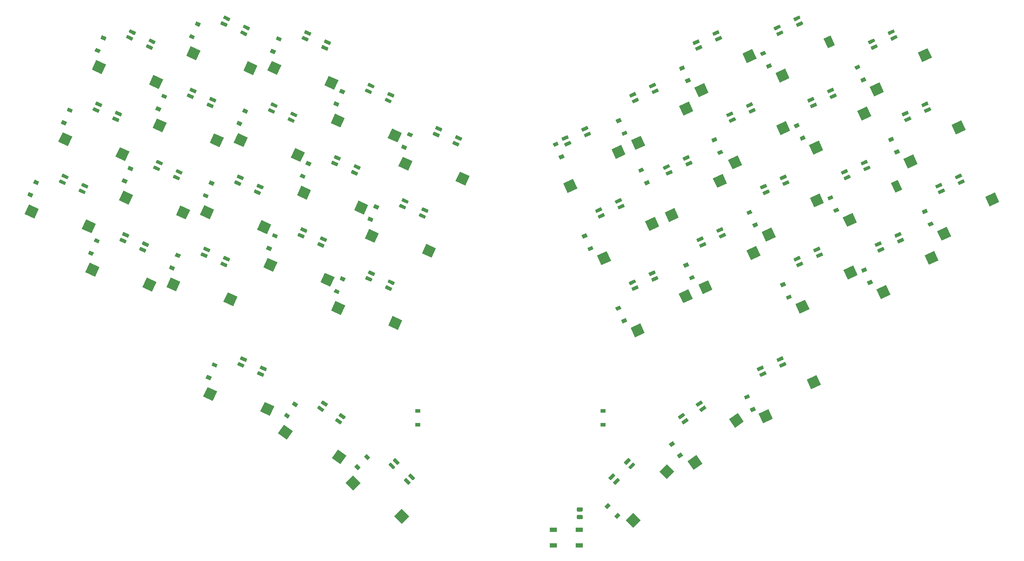
<source format=gbr>
%TF.GenerationSoftware,KiCad,Pcbnew,(5.1.10)-1*%
%TF.CreationDate,2021-12-17T13:55:30-08:00*%
%TF.ProjectId,barobord,6261726f-626f-4726-942e-6b696361645f,rev?*%
%TF.SameCoordinates,Original*%
%TF.FileFunction,Paste,Bot*%
%TF.FilePolarity,Positive*%
%FSLAX46Y46*%
G04 Gerber Fmt 4.6, Leading zero omitted, Abs format (unit mm)*
G04 Created by KiCad (PCBNEW (5.1.10)-1) date 2021-12-17 13:55:30*
%MOMM*%
%LPD*%
G01*
G04 APERTURE LIST*
%ADD10C,0.100000*%
%ADD11R,1.200000X0.900000*%
%ADD12R,1.800000X1.100000*%
G04 APERTURE END LIST*
D10*
%TO.C,SW29*%
G36*
X231858424Y-66883004D02*
G01*
X232914970Y-69148773D01*
X231283616Y-69909486D01*
X230227070Y-67643717D01*
X231858424Y-66883004D01*
G37*
G36*
X221045649Y-74727664D02*
G01*
X222102194Y-76993433D01*
X219791109Y-78071110D01*
X218734564Y-75805341D01*
X221045649Y-74727664D01*
G37*
%TD*%
%TO.C,SW9*%
G36*
X215798930Y-32443310D02*
G01*
X216855476Y-34709079D01*
X215224122Y-35469792D01*
X214167576Y-33204023D01*
X215798930Y-32443310D01*
G37*
G36*
X204986155Y-40287970D02*
G01*
X206042700Y-42553739D01*
X203731615Y-43631416D01*
X202675070Y-41365647D01*
X204986155Y-40287970D01*
G37*
%TD*%
%TO.C,D56*%
G36*
G01*
X114828037Y-72564683D02*
X113526579Y-71957803D01*
G75*
G02*
X113486917Y-71848831I34655J74317D01*
G01*
X113764155Y-71254293D01*
G75*
G02*
X113873127Y-71214631I74317J-34655D01*
G01*
X115174585Y-71821511D01*
G75*
G02*
X115214247Y-71930483I-34655J-74317D01*
G01*
X114937009Y-72525021D01*
G75*
G02*
X114828037Y-72564683I-74317J34655D01*
G01*
G37*
G36*
G01*
X114194109Y-73924145D02*
X112892651Y-73317265D01*
G75*
G02*
X112852989Y-73208293I34655J74317D01*
G01*
X113130227Y-72613755D01*
G75*
G02*
X113239199Y-72574093I74317J-34655D01*
G01*
X114540657Y-73180973D01*
G75*
G02*
X114580319Y-73289945I-34655J-74317D01*
G01*
X114303081Y-73884483D01*
G75*
G02*
X114194109Y-73924145I-74317J34655D01*
G01*
G37*
G36*
G01*
X119540837Y-74762298D02*
X118239379Y-74155418D01*
G75*
G02*
X118199717Y-74046446I34655J74317D01*
G01*
X118476955Y-73451908D01*
G75*
G02*
X118585927Y-73412246I74317J-34655D01*
G01*
X119887385Y-74019126D01*
G75*
G02*
X119927047Y-74128098I-34655J-74317D01*
G01*
X119649809Y-74722636D01*
G75*
G02*
X119540837Y-74762298I-74317J34655D01*
G01*
G37*
G36*
G01*
X118906910Y-76121760D02*
X117605452Y-75514880D01*
G75*
G02*
X117565790Y-75405908I34655J74317D01*
G01*
X117843028Y-74811370D01*
G75*
G02*
X117952000Y-74771708I74317J-34655D01*
G01*
X119253458Y-75378588D01*
G75*
G02*
X119293120Y-75487560I-34655J-74317D01*
G01*
X119015882Y-76082098D01*
G75*
G02*
X118906910Y-76121760I-74317J34655D01*
G01*
G37*
%TD*%
%TO.C,D59*%
G36*
G01*
X95434722Y-120991758D02*
X94258420Y-120168102D01*
G75*
G02*
X94238283Y-120053899I47033J67170D01*
G01*
X94614549Y-119516535D01*
G75*
G02*
X94728752Y-119496398I67170J-47033D01*
G01*
X95905054Y-120320054D01*
G75*
G02*
X95925191Y-120434257I-47033J-67170D01*
G01*
X95548925Y-120971621D01*
G75*
G02*
X95434722Y-120991758I-67170J47033D01*
G01*
G37*
G36*
G01*
X94574357Y-122220486D02*
X93398055Y-121396830D01*
G75*
G02*
X93377918Y-121282627I47033J67170D01*
G01*
X93754184Y-120745263D01*
G75*
G02*
X93868387Y-120725126I67170J-47033D01*
G01*
X95044689Y-121548782D01*
G75*
G02*
X95064826Y-121662985I-47033J-67170D01*
G01*
X94688560Y-122200349D01*
G75*
G02*
X94574357Y-122220486I-67170J47033D01*
G01*
G37*
G36*
G01*
X99694312Y-123974355D02*
X98518010Y-123150699D01*
G75*
G02*
X98497873Y-123036496I47033J67170D01*
G01*
X98874139Y-122499132D01*
G75*
G02*
X98988342Y-122478995I67170J-47033D01*
G01*
X100164644Y-123302651D01*
G75*
G02*
X100184781Y-123416854I-47033J-67170D01*
G01*
X99808515Y-123954218D01*
G75*
G02*
X99694312Y-123974355I-67170J47033D01*
G01*
G37*
G36*
G01*
X98833948Y-125203083D02*
X97657646Y-124379427D01*
G75*
G02*
X97637509Y-124265224I47033J67170D01*
G01*
X98013775Y-123727860D01*
G75*
G02*
X98127978Y-123707723I67170J-47033D01*
G01*
X99304280Y-124531379D01*
G75*
G02*
X99324417Y-124645582I-47033J-67170D01*
G01*
X98948151Y-125182946D01*
G75*
G02*
X98833948Y-125203083I-67170J47033D01*
G01*
G37*
%TD*%
D11*
%TO.C,D82*%
X161593857Y-121959176D03*
X161593857Y-125259176D03*
%TD*%
%TO.C,D81*%
X117393857Y-121959176D03*
X117393857Y-125259176D03*
%TD*%
%TO.C,D57*%
G36*
G01*
X106798290Y-89784530D02*
X105496832Y-89177650D01*
G75*
G02*
X105457170Y-89068678I34655J74317D01*
G01*
X105734408Y-88474140D01*
G75*
G02*
X105843380Y-88434478I74317J-34655D01*
G01*
X107144838Y-89041358D01*
G75*
G02*
X107184500Y-89150330I-34655J-74317D01*
G01*
X106907262Y-89744868D01*
G75*
G02*
X106798290Y-89784530I-74317J34655D01*
G01*
G37*
G36*
G01*
X106164362Y-91143992D02*
X104862904Y-90537112D01*
G75*
G02*
X104823242Y-90428140I34655J74317D01*
G01*
X105100480Y-89833602D01*
G75*
G02*
X105209452Y-89793940I74317J-34655D01*
G01*
X106510910Y-90400820D01*
G75*
G02*
X106550572Y-90509792I-34655J-74317D01*
G01*
X106273334Y-91104330D01*
G75*
G02*
X106164362Y-91143992I-74317J34655D01*
G01*
G37*
G36*
G01*
X111511090Y-91982145D02*
X110209632Y-91375265D01*
G75*
G02*
X110169970Y-91266293I34655J74317D01*
G01*
X110447208Y-90671755D01*
G75*
G02*
X110556180Y-90632093I74317J-34655D01*
G01*
X111857638Y-91238973D01*
G75*
G02*
X111897300Y-91347945I-34655J-74317D01*
G01*
X111620062Y-91942483D01*
G75*
G02*
X111511090Y-91982145I-74317J34655D01*
G01*
G37*
G36*
G01*
X110877163Y-93341607D02*
X109575705Y-92734727D01*
G75*
G02*
X109536043Y-92625755I34655J74317D01*
G01*
X109813281Y-92031217D01*
G75*
G02*
X109922253Y-91991555I74317J-34655D01*
G01*
X111223711Y-92598435D01*
G75*
G02*
X111263373Y-92707407I-34655J-74317D01*
G01*
X110986135Y-93301945D01*
G75*
G02*
X110877163Y-93341607I-74317J34655D01*
G01*
G37*
%TD*%
%TO.C,D45*%
G36*
G01*
X56195294Y-63429520D02*
X54893836Y-62822640D01*
G75*
G02*
X54854174Y-62713668I34655J74317D01*
G01*
X55131412Y-62119130D01*
G75*
G02*
X55240384Y-62079468I74317J-34655D01*
G01*
X56541842Y-62686348D01*
G75*
G02*
X56581504Y-62795320I-34655J-74317D01*
G01*
X56304266Y-63389858D01*
G75*
G02*
X56195294Y-63429520I-74317J34655D01*
G01*
G37*
G36*
G01*
X55561366Y-64788982D02*
X54259908Y-64182102D01*
G75*
G02*
X54220246Y-64073130I34655J74317D01*
G01*
X54497484Y-63478592D01*
G75*
G02*
X54606456Y-63438930I74317J-34655D01*
G01*
X55907914Y-64045810D01*
G75*
G02*
X55947576Y-64154782I-34655J-74317D01*
G01*
X55670338Y-64749320D01*
G75*
G02*
X55561366Y-64788982I-74317J34655D01*
G01*
G37*
G36*
G01*
X60908094Y-65627135D02*
X59606636Y-65020255D01*
G75*
G02*
X59566974Y-64911283I34655J74317D01*
G01*
X59844212Y-64316745D01*
G75*
G02*
X59953184Y-64277083I74317J-34655D01*
G01*
X61254642Y-64883963D01*
G75*
G02*
X61294304Y-64992935I-34655J-74317D01*
G01*
X61017066Y-65587473D01*
G75*
G02*
X60908094Y-65627135I-74317J34655D01*
G01*
G37*
G36*
G01*
X60274167Y-66986597D02*
X58972709Y-66379717D01*
G75*
G02*
X58933047Y-66270745I34655J74317D01*
G01*
X59210285Y-65676207D01*
G75*
G02*
X59319257Y-65636545I74317J-34655D01*
G01*
X60620715Y-66243425D01*
G75*
G02*
X60660377Y-66352397I-34655J-74317D01*
G01*
X60383139Y-66946935D01*
G75*
G02*
X60274167Y-66986597I-74317J34655D01*
G01*
G37*
%TD*%
%TO.C,D65*%
G36*
G01*
X161343151Y-74155418D02*
X160041693Y-74762298D01*
G75*
G02*
X159932721Y-74722636I-34655J74317D01*
G01*
X159655483Y-74128098D01*
G75*
G02*
X159695145Y-74019126I74317J34655D01*
G01*
X160996603Y-73412246D01*
G75*
G02*
X161105575Y-73451908I34655J-74317D01*
G01*
X161382813Y-74046446D01*
G75*
G02*
X161343151Y-74155418I-74317J-34655D01*
G01*
G37*
G36*
G01*
X161977078Y-75514880D02*
X160675620Y-76121760D01*
G75*
G02*
X160566648Y-76082098I-34655J74317D01*
G01*
X160289410Y-75487560D01*
G75*
G02*
X160329072Y-75378588I74317J34655D01*
G01*
X161630530Y-74771708D01*
G75*
G02*
X161739502Y-74811370I34655J-74317D01*
G01*
X162016740Y-75405908D01*
G75*
G02*
X161977078Y-75514880I-74317J-34655D01*
G01*
G37*
G36*
G01*
X166055951Y-71957803D02*
X164754493Y-72564683D01*
G75*
G02*
X164645521Y-72525021I-34655J74317D01*
G01*
X164368283Y-71930483D01*
G75*
G02*
X164407945Y-71821511I74317J34655D01*
G01*
X165709403Y-71214631D01*
G75*
G02*
X165818375Y-71254293I34655J-74317D01*
G01*
X166095613Y-71848831D01*
G75*
G02*
X166055951Y-71957803I-74317J-34655D01*
G01*
G37*
G36*
G01*
X166689879Y-73317265D02*
X165388421Y-73924145D01*
G75*
G02*
X165279449Y-73884483I-34655J74317D01*
G01*
X165002211Y-73289945D01*
G75*
G02*
X165041873Y-73180973I74317J34655D01*
G01*
X166343331Y-72574093D01*
G75*
G02*
X166452303Y-72613755I34655J-74317D01*
G01*
X166729541Y-73208293D01*
G75*
G02*
X166689879Y-73317265I-74317J-34655D01*
G01*
G37*
%TD*%
%TO.C,D53*%
G36*
G01*
X98664735Y-62269166D02*
X97363277Y-61662286D01*
G75*
G02*
X97323615Y-61553314I34655J74317D01*
G01*
X97600853Y-60958776D01*
G75*
G02*
X97709825Y-60919114I74317J-34655D01*
G01*
X99011283Y-61525994D01*
G75*
G02*
X99050945Y-61634966I-34655J-74317D01*
G01*
X98773707Y-62229504D01*
G75*
G02*
X98664735Y-62269166I-74317J34655D01*
G01*
G37*
G36*
G01*
X98030807Y-63628628D02*
X96729349Y-63021748D01*
G75*
G02*
X96689687Y-62912776I34655J74317D01*
G01*
X96966925Y-62318238D01*
G75*
G02*
X97075897Y-62278576I74317J-34655D01*
G01*
X98377355Y-62885456D01*
G75*
G02*
X98417017Y-62994428I-34655J-74317D01*
G01*
X98139779Y-63588966D01*
G75*
G02*
X98030807Y-63628628I-74317J34655D01*
G01*
G37*
G36*
G01*
X103377535Y-64466781D02*
X102076077Y-63859901D01*
G75*
G02*
X102036415Y-63750929I34655J74317D01*
G01*
X102313653Y-63156391D01*
G75*
G02*
X102422625Y-63116729I74317J-34655D01*
G01*
X103724083Y-63723609D01*
G75*
G02*
X103763745Y-63832581I-34655J-74317D01*
G01*
X103486507Y-64427119D01*
G75*
G02*
X103377535Y-64466781I-74317J34655D01*
G01*
G37*
G36*
G01*
X102743608Y-65826243D02*
X101442150Y-65219363D01*
G75*
G02*
X101402488Y-65110391I34655J74317D01*
G01*
X101679726Y-64515853D01*
G75*
G02*
X101788698Y-64476191I74317J-34655D01*
G01*
X103090156Y-65083071D01*
G75*
G02*
X103129818Y-65192043I-34655J-74317D01*
G01*
X102852580Y-65786581D01*
G75*
G02*
X102743608Y-65826243I-74317J34655D01*
G01*
G37*
%TD*%
%TO.C,D52*%
G36*
G01*
X90634988Y-79489014D02*
X89333530Y-78882134D01*
G75*
G02*
X89293868Y-78773162I34655J74317D01*
G01*
X89571106Y-78178624D01*
G75*
G02*
X89680078Y-78138962I74317J-34655D01*
G01*
X90981536Y-78745842D01*
G75*
G02*
X91021198Y-78854814I-34655J-74317D01*
G01*
X90743960Y-79449352D01*
G75*
G02*
X90634988Y-79489014I-74317J34655D01*
G01*
G37*
G36*
G01*
X90001060Y-80848476D02*
X88699602Y-80241596D01*
G75*
G02*
X88659940Y-80132624I34655J74317D01*
G01*
X88937178Y-79538086D01*
G75*
G02*
X89046150Y-79498424I74317J-34655D01*
G01*
X90347608Y-80105304D01*
G75*
G02*
X90387270Y-80214276I-34655J-74317D01*
G01*
X90110032Y-80808814D01*
G75*
G02*
X90001060Y-80848476I-74317J34655D01*
G01*
G37*
G36*
G01*
X95347788Y-81686629D02*
X94046330Y-81079749D01*
G75*
G02*
X94006668Y-80970777I34655J74317D01*
G01*
X94283906Y-80376239D01*
G75*
G02*
X94392878Y-80336577I74317J-34655D01*
G01*
X95694336Y-80943457D01*
G75*
G02*
X95733998Y-81052429I-34655J-74317D01*
G01*
X95456760Y-81646967D01*
G75*
G02*
X95347788Y-81686629I-74317J34655D01*
G01*
G37*
G36*
G01*
X94713861Y-83046091D02*
X93412403Y-82439211D01*
G75*
G02*
X93372741Y-82330239I34655J74317D01*
G01*
X93649979Y-81735701D01*
G75*
G02*
X93758951Y-81696039I74317J-34655D01*
G01*
X95060409Y-82302919D01*
G75*
G02*
X95100071Y-82411891I-34655J-74317D01*
G01*
X94822833Y-83006429D01*
G75*
G02*
X94713861Y-83046091I-74317J34655D01*
G01*
G37*
%TD*%
%TO.C,D54*%
G36*
G01*
X106694482Y-45049319D02*
X105393024Y-44442439D01*
G75*
G02*
X105353362Y-44333467I34655J74317D01*
G01*
X105630600Y-43738929D01*
G75*
G02*
X105739572Y-43699267I74317J-34655D01*
G01*
X107041030Y-44306147D01*
G75*
G02*
X107080692Y-44415119I-34655J-74317D01*
G01*
X106803454Y-45009657D01*
G75*
G02*
X106694482Y-45049319I-74317J34655D01*
G01*
G37*
G36*
G01*
X106060554Y-46408781D02*
X104759096Y-45801901D01*
G75*
G02*
X104719434Y-45692929I34655J74317D01*
G01*
X104996672Y-45098391D01*
G75*
G02*
X105105644Y-45058729I74317J-34655D01*
G01*
X106407102Y-45665609D01*
G75*
G02*
X106446764Y-45774581I-34655J-74317D01*
G01*
X106169526Y-46369119D01*
G75*
G02*
X106060554Y-46408781I-74317J34655D01*
G01*
G37*
G36*
G01*
X111407282Y-47246934D02*
X110105824Y-46640054D01*
G75*
G02*
X110066162Y-46531082I34655J74317D01*
G01*
X110343400Y-45936544D01*
G75*
G02*
X110452372Y-45896882I74317J-34655D01*
G01*
X111753830Y-46503762D01*
G75*
G02*
X111793492Y-46612734I-34655J-74317D01*
G01*
X111516254Y-47207272D01*
G75*
G02*
X111407282Y-47246934I-74317J34655D01*
G01*
G37*
G36*
G01*
X110773355Y-48606396D02*
X109471897Y-47999516D01*
G75*
G02*
X109432235Y-47890544I34655J74317D01*
G01*
X109709473Y-47296006D01*
G75*
G02*
X109818445Y-47256344I74317J-34655D01*
G01*
X111119903Y-47863224D01*
G75*
G02*
X111159565Y-47972196I-34655J-74317D01*
G01*
X110882327Y-48566734D01*
G75*
G02*
X110773355Y-48606396I-74317J34655D01*
G01*
G37*
%TD*%
D10*
%TO.C,SW24*%
G36*
X97512120Y-90099539D02*
G01*
X96455575Y-92365308D01*
X94144490Y-91287631D01*
X95201035Y-89021862D01*
X97512120Y-90099539D01*
G37*
G36*
X83886307Y-86548298D02*
G01*
X82829762Y-88814067D01*
X80518677Y-87736390D01*
X81575222Y-85470621D01*
X83886307Y-86548298D01*
G37*
%TD*%
%TO.C,SW4*%
G36*
X113571614Y-55659844D02*
G01*
X112515069Y-57925613D01*
X110203984Y-56847936D01*
X111260529Y-54582167D01*
X113571614Y-55659844D01*
G37*
G36*
X99945801Y-52108603D02*
G01*
X98889256Y-54374372D01*
X96578171Y-53296695D01*
X97634716Y-51030926D01*
X99945801Y-52108603D01*
G37*
%TD*%
%TO.C,SW14*%
G36*
X105541867Y-72879691D02*
G01*
X104485322Y-75145460D01*
X102174237Y-74067783D01*
X103230782Y-71802014D01*
X105541867Y-72879691D01*
G37*
G36*
X91916054Y-69328450D02*
G01*
X90859509Y-71594219D01*
X88548424Y-70516542D01*
X89604969Y-68250773D01*
X91916054Y-69328450D01*
G37*
%TD*%
%TO.C,SW34*%
G36*
X100364876Y-132635286D02*
G01*
X98930935Y-134683166D01*
X96842098Y-133220546D01*
X98276039Y-131172666D01*
X100364876Y-132635286D01*
G37*
G36*
X87562736Y-126771899D02*
G01*
X86128795Y-128819779D01*
X84039958Y-127357159D01*
X85473899Y-125309279D01*
X87562736Y-126771899D01*
G37*
%TD*%
%TO.C,SW7*%
G36*
X182025372Y-48192179D02*
G01*
X183081917Y-50457948D01*
X180770832Y-51535625D01*
X179714287Y-49269856D01*
X182025372Y-48192179D01*
G37*
G36*
X170546460Y-56347463D02*
G01*
X171603005Y-58613232D01*
X169291920Y-59690909D01*
X168235375Y-57425140D01*
X170546460Y-56347463D01*
G37*
%TD*%
%TO.C,SW40*%
G36*
X240554307Y-83792227D02*
G01*
X241610852Y-86057996D01*
X239299767Y-87135673D01*
X238243222Y-84869904D01*
X240554307Y-83792227D01*
G37*
G36*
X229075395Y-91947511D02*
G01*
X230131940Y-94213280D01*
X227820855Y-95290957D01*
X226764310Y-93025188D01*
X229075395Y-91947511D01*
G37*
%TD*%
%TO.C,SW39*%
G36*
X221221370Y-87290434D02*
G01*
X222277915Y-89556203D01*
X219966830Y-90633880D01*
X218910285Y-88368111D01*
X221221370Y-87290434D01*
G37*
G36*
X209742458Y-95445718D02*
G01*
X210799003Y-97711487D01*
X208487918Y-98789164D01*
X207431373Y-96523395D01*
X209742458Y-95445718D01*
G37*
%TD*%
%TO.C,SW38*%
G36*
X212453886Y-113446337D02*
G01*
X213510431Y-115712106D01*
X211199346Y-116789783D01*
X210142801Y-114524014D01*
X212453886Y-113446337D01*
G37*
G36*
X200974974Y-121601621D02*
G01*
X202031519Y-123867390D01*
X199720434Y-124945067D01*
X198663889Y-122679298D01*
X200974974Y-121601621D01*
G37*
%TD*%
%TO.C,SW37*%
G36*
X193692068Y-122500189D02*
G01*
X195126009Y-124548069D01*
X193037172Y-126010689D01*
X191603231Y-123962809D01*
X193692068Y-122500189D01*
G37*
G36*
X183803696Y-132524869D02*
G01*
X185237637Y-134572749D01*
X183148800Y-136035369D01*
X181714859Y-133987489D01*
X183803696Y-132524869D01*
G37*
%TD*%
%TO.C,SW36*%
G36*
X176787471Y-134674450D02*
G01*
X178555238Y-136442217D01*
X176752115Y-138245340D01*
X174984348Y-136477573D01*
X176787471Y-134674450D01*
G37*
G36*
X168790094Y-146263930D02*
G01*
X170557861Y-148031697D01*
X168754738Y-149834820D01*
X166986971Y-148067053D01*
X168790094Y-146263930D01*
G37*
%TD*%
%TO.C,SW35*%
G36*
X115289635Y-147169027D02*
G01*
X113521868Y-148936794D01*
X111718745Y-147133671D01*
X113486512Y-145365904D01*
X115289635Y-147169027D01*
G37*
G36*
X103700155Y-139171650D02*
G01*
X101932388Y-140939417D01*
X100129265Y-139136294D01*
X101897032Y-137368527D01*
X103700155Y-139171650D01*
G37*
%TD*%
%TO.C,SW33*%
G36*
X83143100Y-120914003D02*
G01*
X82086555Y-123179772D01*
X79775470Y-122102095D01*
X80832015Y-119836326D01*
X83143100Y-120914003D01*
G37*
G36*
X69517287Y-117362762D02*
G01*
X68460742Y-119628531D01*
X66149657Y-118550854D01*
X67206202Y-116285085D01*
X69517287Y-117362762D01*
G37*
%TD*%
%TO.C,SW32*%
G36*
X74375617Y-94758100D02*
G01*
X73319072Y-97023869D01*
X71007987Y-95946192D01*
X72064532Y-93680423D01*
X74375617Y-94758100D01*
G37*
G36*
X60749804Y-91206859D02*
G01*
X59693259Y-93472628D01*
X57382174Y-92394951D01*
X58438719Y-90129182D01*
X60749804Y-91206859D01*
G37*
%TD*%
%TO.C,SW31*%
G36*
X55042680Y-91259892D02*
G01*
X53986135Y-93525661D01*
X51675050Y-92447984D01*
X52731595Y-90182215D01*
X55042680Y-91259892D01*
G37*
G36*
X41416867Y-87708651D02*
G01*
X40360322Y-89974420D01*
X38049237Y-88896743D01*
X39105782Y-86630974D01*
X41416867Y-87708651D01*
G37*
%TD*%
%TO.C,SW30*%
G36*
X255027135Y-69871479D02*
G01*
X256083680Y-72137248D01*
X253772595Y-73214925D01*
X252716050Y-70949156D01*
X255027135Y-69871479D01*
G37*
G36*
X243548223Y-78026763D02*
G01*
X244604768Y-80292532D01*
X242293683Y-81370209D01*
X241237138Y-79104440D01*
X243548223Y-78026763D01*
G37*
%TD*%
%TO.C,SW28*%
G36*
X213191622Y-70070588D02*
G01*
X214248167Y-72336357D01*
X211937082Y-73414034D01*
X210880537Y-71148265D01*
X213191622Y-70070588D01*
G37*
G36*
X201712710Y-78225872D02*
G01*
X202769255Y-80491641D01*
X200458170Y-81569318D01*
X199401625Y-79303549D01*
X201712710Y-78225872D01*
G37*
%TD*%
%TO.C,SW27*%
G36*
X198084866Y-82631873D02*
G01*
X199141411Y-84897642D01*
X196830326Y-85975319D01*
X195773781Y-83709550D01*
X198084866Y-82631873D01*
G37*
G36*
X186605954Y-90787157D02*
G01*
X187662499Y-93052926D01*
X185351414Y-94130603D01*
X184294869Y-91864834D01*
X186605954Y-90787157D01*
G37*
%TD*%
%TO.C,SW26*%
G36*
X181921564Y-92927390D02*
G01*
X182978109Y-95193159D01*
X180667024Y-96270836D01*
X179610479Y-94005067D01*
X181921564Y-92927390D01*
G37*
G36*
X170442652Y-101082674D02*
G01*
X171499197Y-103348443D01*
X169188112Y-104426120D01*
X168131567Y-102160351D01*
X170442652Y-101082674D01*
G37*
%TD*%
%TO.C,SW25*%
G36*
X113675422Y-100395055D02*
G01*
X112618877Y-102660824D01*
X110307792Y-101583147D01*
X111364337Y-99317378D01*
X113675422Y-100395055D01*
G37*
G36*
X100049609Y-96843814D02*
G01*
X98993064Y-99109583D01*
X96681979Y-98031906D01*
X97738524Y-95766137D01*
X100049609Y-96843814D01*
G37*
%TD*%
%TO.C,SW23*%
G36*
X82405364Y-77538252D02*
G01*
X81348819Y-79804021D01*
X79037734Y-78726344D01*
X80094279Y-76460575D01*
X82405364Y-77538252D01*
G37*
G36*
X68779551Y-73987011D02*
G01*
X67723006Y-76252780D01*
X65411921Y-75175103D01*
X66468466Y-72909334D01*
X68779551Y-73987011D01*
G37*
%TD*%
%TO.C,SW22*%
G36*
X63072426Y-74040045D02*
G01*
X62015881Y-76305814D01*
X59704796Y-75228137D01*
X60761341Y-72962368D01*
X63072426Y-74040045D01*
G37*
G36*
X49446613Y-70488804D02*
G01*
X48390068Y-72754573D01*
X46078983Y-71676896D01*
X47135528Y-69411127D01*
X49446613Y-70488804D01*
G37*
%TD*%
%TO.C,SW21*%
G36*
X40569851Y-77339144D02*
G01*
X39513306Y-79604913D01*
X37202221Y-78527236D01*
X38258766Y-76261467D01*
X40569851Y-77339144D01*
G37*
G36*
X26944038Y-73787903D02*
G01*
X25887493Y-76053672D01*
X23576408Y-74975995D01*
X24632953Y-72710226D01*
X26944038Y-73787903D01*
G37*
%TD*%
%TO.C,SW20*%
G36*
X246997388Y-52651632D02*
G01*
X248053933Y-54917401D01*
X245742848Y-55995078D01*
X244686303Y-53729309D01*
X246997388Y-52651632D01*
G37*
G36*
X235518476Y-60806916D02*
G01*
X236575021Y-63072685D01*
X234263936Y-64150362D01*
X233207391Y-61884593D01*
X235518476Y-60806916D01*
G37*
%TD*%
%TO.C,SW19*%
G36*
X224494814Y-49352533D02*
G01*
X225551359Y-51618302D01*
X223240274Y-52695979D01*
X222183729Y-50430210D01*
X224494814Y-49352533D01*
G37*
G36*
X213015902Y-57507817D02*
G01*
X214072447Y-59773586D01*
X211761362Y-60851263D01*
X210704817Y-58585494D01*
X213015902Y-57507817D01*
G37*
%TD*%
%TO.C,SW18*%
G36*
X205161875Y-52850741D02*
G01*
X206218420Y-55116510D01*
X203907335Y-56194187D01*
X202850790Y-53928418D01*
X205161875Y-52850741D01*
G37*
G36*
X193682963Y-61006025D02*
G01*
X194739508Y-63271794D01*
X192428423Y-64349471D01*
X191371878Y-62083702D01*
X193682963Y-61006025D01*
G37*
%TD*%
%TO.C,SW17*%
G36*
X190055120Y-65412025D02*
G01*
X191111665Y-67677794D01*
X188800580Y-68755471D01*
X187744035Y-66489702D01*
X190055120Y-65412025D01*
G37*
G36*
X178576208Y-73567309D02*
G01*
X179632753Y-75833078D01*
X177321668Y-76910755D01*
X176265123Y-74644986D01*
X178576208Y-73567309D01*
G37*
%TD*%
%TO.C,SW16*%
G36*
X173891819Y-75707543D02*
G01*
X174948364Y-77973312D01*
X172637279Y-79050989D01*
X171580734Y-76785220D01*
X173891819Y-75707543D01*
G37*
G36*
X162412907Y-83862827D02*
G01*
X163469452Y-86128596D01*
X161158367Y-87206273D01*
X160101822Y-84940504D01*
X162412907Y-83862827D01*
G37*
%TD*%
%TO.C,SW15*%
G36*
X121705169Y-83175208D02*
G01*
X120648624Y-85440977D01*
X118337539Y-84363300D01*
X119394084Y-82097531D01*
X121705169Y-83175208D01*
G37*
G36*
X108079356Y-79623967D02*
G01*
X107022811Y-81889736D01*
X104711726Y-80812059D01*
X105768271Y-78546290D01*
X108079356Y-79623967D01*
G37*
%TD*%
%TO.C,SW13*%
G36*
X90435111Y-60318405D02*
G01*
X89378566Y-62584174D01*
X87067481Y-61506497D01*
X88124026Y-59240728D01*
X90435111Y-60318405D01*
G37*
G36*
X76809298Y-56767164D02*
G01*
X75752753Y-59032933D01*
X73441668Y-57955256D01*
X74498213Y-55689487D01*
X76809298Y-56767164D01*
G37*
%TD*%
%TO.C,SW12*%
G36*
X71102174Y-56820198D02*
G01*
X70045629Y-59085967D01*
X67734544Y-58008290D01*
X68791089Y-55742521D01*
X71102174Y-56820198D01*
G37*
G36*
X57476361Y-53268957D02*
G01*
X56419816Y-55534726D01*
X54108731Y-54457049D01*
X55165276Y-52191280D01*
X57476361Y-53268957D01*
G37*
%TD*%
%TO.C,SW11*%
G36*
X48599599Y-60119298D02*
G01*
X47543054Y-62385067D01*
X45231969Y-61307390D01*
X46288514Y-59041621D01*
X48599599Y-60119298D01*
G37*
G36*
X34973786Y-56568057D02*
G01*
X33917241Y-58833826D01*
X31606156Y-57756149D01*
X32662701Y-55490380D01*
X34973786Y-56568057D01*
G37*
%TD*%
%TO.C,SW10*%
G36*
X238967641Y-35431785D02*
G01*
X240024186Y-37697554D01*
X237713101Y-38775231D01*
X236656556Y-36509462D01*
X238967641Y-35431785D01*
G37*
G36*
X227488729Y-43587069D02*
G01*
X228545274Y-45852838D01*
X226234189Y-46930515D01*
X225177644Y-44664746D01*
X227488729Y-43587069D01*
G37*
%TD*%
%TO.C,SW8*%
G36*
X197132129Y-35630893D02*
G01*
X198188674Y-37896662D01*
X195877589Y-38974339D01*
X194821044Y-36708570D01*
X197132129Y-35630893D01*
G37*
G36*
X185653217Y-43786177D02*
G01*
X186709762Y-46051946D01*
X184398677Y-47129623D01*
X183342132Y-44863854D01*
X185653217Y-43786177D01*
G37*
%TD*%
%TO.C,SW6*%
G36*
X165862072Y-58487696D02*
G01*
X166918617Y-60753465D01*
X164607532Y-61831142D01*
X163550987Y-59565373D01*
X165862072Y-58487696D01*
G37*
G36*
X154383160Y-66642980D02*
G01*
X155439705Y-68908749D01*
X153128620Y-69986426D01*
X152072075Y-67720657D01*
X154383160Y-66642980D01*
G37*
%TD*%
%TO.C,SW5*%
G36*
X129734915Y-65955361D02*
G01*
X128678370Y-68221130D01*
X126367285Y-67143453D01*
X127423830Y-64877684D01*
X129734915Y-65955361D01*
G37*
G36*
X116109102Y-62404120D02*
G01*
X115052557Y-64669889D01*
X112741472Y-63592212D01*
X113798017Y-61326443D01*
X116109102Y-62404120D01*
G37*
%TD*%
%TO.C,SW3*%
G36*
X98464858Y-43098559D02*
G01*
X97408313Y-45364328D01*
X95097228Y-44286651D01*
X96153773Y-42020882D01*
X98464858Y-43098559D01*
G37*
G36*
X84839045Y-39547318D02*
G01*
X83782500Y-41813087D01*
X81471415Y-40735410D01*
X82527960Y-38469641D01*
X84839045Y-39547318D01*
G37*
%TD*%
%TO.C,SW2*%
G36*
X79131920Y-39600351D02*
G01*
X78075375Y-41866120D01*
X75764290Y-40788443D01*
X76820835Y-38522674D01*
X79131920Y-39600351D01*
G37*
G36*
X65506107Y-36049110D02*
G01*
X64449562Y-38314879D01*
X62138477Y-37237202D01*
X63195022Y-34971433D01*
X65506107Y-36049110D01*
G37*
%TD*%
%TO.C,SW1*%
G36*
X56629345Y-42899451D02*
G01*
X55572800Y-45165220D01*
X53261715Y-44087543D01*
X54318260Y-41821774D01*
X56629345Y-42899451D01*
G37*
G36*
X43003532Y-39348210D02*
G01*
X41946987Y-41613979D01*
X39635902Y-40536302D01*
X40692447Y-38270533D01*
X43003532Y-39348210D01*
G37*
%TD*%
D12*
%TO.C,SW41*%
X149698015Y-150359572D03*
X155898015Y-154059572D03*
X149698015Y-154059572D03*
X155898015Y-150359572D03*
%TD*%
%TO.C,R4*%
G36*
G01*
X155548013Y-146809572D02*
X156448017Y-146809572D01*
G75*
G02*
X156698015Y-147059570I0J-249998D01*
G01*
X156698015Y-147584574D01*
G75*
G02*
X156448017Y-147834572I-249998J0D01*
G01*
X155548013Y-147834572D01*
G75*
G02*
X155298015Y-147584574I0J249998D01*
G01*
X155298015Y-147059570D01*
G75*
G02*
X155548013Y-146809572I249998J0D01*
G01*
G37*
G36*
G01*
X155548013Y-144984572D02*
X156448017Y-144984572D01*
G75*
G02*
X156698015Y-145234570I0J-249998D01*
G01*
X156698015Y-145759574D01*
G75*
G02*
X156448017Y-146009572I-249998J0D01*
G01*
X155548013Y-146009572D01*
G75*
G02*
X155298015Y-145759574I0J249998D01*
G01*
X155298015Y-145234570D01*
G75*
G02*
X155548013Y-144984572I249998J0D01*
G01*
G37*
%TD*%
%TO.C,D77*%
G36*
G01*
X228005639Y-82240102D02*
X226704181Y-82846982D01*
G75*
G02*
X226595209Y-82807320I-34655J74317D01*
G01*
X226317971Y-82212782D01*
G75*
G02*
X226357633Y-82103810I74317J34655D01*
G01*
X227659091Y-81496930D01*
G75*
G02*
X227768063Y-81536592I34655J-74317D01*
G01*
X228045301Y-82131130D01*
G75*
G02*
X228005639Y-82240102I-74317J-34655D01*
G01*
G37*
G36*
G01*
X228639566Y-83599564D02*
X227338108Y-84206444D01*
G75*
G02*
X227229136Y-84166782I-34655J74317D01*
G01*
X226951898Y-83572244D01*
G75*
G02*
X226991560Y-83463272I74317J34655D01*
G01*
X228293018Y-82856392D01*
G75*
G02*
X228401990Y-82896054I34655J-74317D01*
G01*
X228679228Y-83490592D01*
G75*
G02*
X228639566Y-83599564I-74317J-34655D01*
G01*
G37*
G36*
G01*
X232718439Y-80042487D02*
X231416981Y-80649367D01*
G75*
G02*
X231308009Y-80609705I-34655J74317D01*
G01*
X231030771Y-80015167D01*
G75*
G02*
X231070433Y-79906195I74317J34655D01*
G01*
X232371891Y-79299315D01*
G75*
G02*
X232480863Y-79338977I34655J-74317D01*
G01*
X232758101Y-79933515D01*
G75*
G02*
X232718439Y-80042487I-74317J-34655D01*
G01*
G37*
G36*
G01*
X233352367Y-81401949D02*
X232050909Y-82008829D01*
G75*
G02*
X231941937Y-81969167I-34655J74317D01*
G01*
X231664699Y-81374629D01*
G75*
G02*
X231704361Y-81265657I74317J34655D01*
G01*
X233005819Y-80658777D01*
G75*
G02*
X233114791Y-80698439I34655J-74317D01*
G01*
X233392029Y-81292977D01*
G75*
G02*
X233352367Y-81401949I-74317J-34655D01*
G01*
G37*
%TD*%
%TO.C,D70*%
G36*
G01*
X208672702Y-85738309D02*
X207371244Y-86345189D01*
G75*
G02*
X207262272Y-86305527I-34655J74317D01*
G01*
X206985034Y-85710989D01*
G75*
G02*
X207024696Y-85602017I74317J34655D01*
G01*
X208326154Y-84995137D01*
G75*
G02*
X208435126Y-85034799I34655J-74317D01*
G01*
X208712364Y-85629337D01*
G75*
G02*
X208672702Y-85738309I-74317J-34655D01*
G01*
G37*
G36*
G01*
X209306629Y-87097771D02*
X208005171Y-87704651D01*
G75*
G02*
X207896199Y-87664989I-34655J74317D01*
G01*
X207618961Y-87070451D01*
G75*
G02*
X207658623Y-86961479I74317J34655D01*
G01*
X208960081Y-86354599D01*
G75*
G02*
X209069053Y-86394261I34655J-74317D01*
G01*
X209346291Y-86988799D01*
G75*
G02*
X209306629Y-87097771I-74317J-34655D01*
G01*
G37*
G36*
G01*
X213385502Y-83540694D02*
X212084044Y-84147574D01*
G75*
G02*
X211975072Y-84107912I-34655J74317D01*
G01*
X211697834Y-83513374D01*
G75*
G02*
X211737496Y-83404402I74317J34655D01*
G01*
X213038954Y-82797522D01*
G75*
G02*
X213147926Y-82837184I34655J-74317D01*
G01*
X213425164Y-83431722D01*
G75*
G02*
X213385502Y-83540694I-74317J-34655D01*
G01*
G37*
G36*
G01*
X214019430Y-84900156D02*
X212717972Y-85507036D01*
G75*
G02*
X212609000Y-85467374I-34655J74317D01*
G01*
X212331762Y-84872836D01*
G75*
G02*
X212371424Y-84763864I74317J34655D01*
G01*
X213672882Y-84156984D01*
G75*
G02*
X213781854Y-84196646I34655J-74317D01*
G01*
X214059092Y-84791184D01*
G75*
G02*
X214019430Y-84900156I-74317J-34655D01*
G01*
G37*
%TD*%
%TO.C,D63*%
G36*
G01*
X199905218Y-111894212D02*
X198603760Y-112501092D01*
G75*
G02*
X198494788Y-112461430I-34655J74317D01*
G01*
X198217550Y-111866892D01*
G75*
G02*
X198257212Y-111757920I74317J34655D01*
G01*
X199558670Y-111151040D01*
G75*
G02*
X199667642Y-111190702I34655J-74317D01*
G01*
X199944880Y-111785240D01*
G75*
G02*
X199905218Y-111894212I-74317J-34655D01*
G01*
G37*
G36*
G01*
X200539145Y-113253674D02*
X199237687Y-113860554D01*
G75*
G02*
X199128715Y-113820892I-34655J74317D01*
G01*
X198851477Y-113226354D01*
G75*
G02*
X198891139Y-113117382I74317J34655D01*
G01*
X200192597Y-112510502D01*
G75*
G02*
X200301569Y-112550164I34655J-74317D01*
G01*
X200578807Y-113144702D01*
G75*
G02*
X200539145Y-113253674I-74317J-34655D01*
G01*
G37*
G36*
G01*
X204618018Y-109696597D02*
X203316560Y-110303477D01*
G75*
G02*
X203207588Y-110263815I-34655J74317D01*
G01*
X202930350Y-109669277D01*
G75*
G02*
X202970012Y-109560305I74317J34655D01*
G01*
X204271470Y-108953425D01*
G75*
G02*
X204380442Y-108993087I34655J-74317D01*
G01*
X204657680Y-109587625D01*
G75*
G02*
X204618018Y-109696597I-74317J-34655D01*
G01*
G37*
G36*
G01*
X205251946Y-111056059D02*
X203950488Y-111662939D01*
G75*
G02*
X203841516Y-111623277I-34655J74317D01*
G01*
X203564278Y-111028739D01*
G75*
G02*
X203603940Y-110919767I74317J34655D01*
G01*
X204905398Y-110312887D01*
G75*
G02*
X205014370Y-110352549I34655J-74317D01*
G01*
X205291608Y-110947087D01*
G75*
G02*
X205251946Y-111056059I-74317J-34655D01*
G01*
G37*
%TD*%
%TO.C,D62*%
G36*
G01*
X181064518Y-123150698D02*
X179888216Y-123974354D01*
G75*
G02*
X179774013Y-123954217I-47033J67170D01*
G01*
X179397747Y-123416853D01*
G75*
G02*
X179417884Y-123302650I67170J47033D01*
G01*
X180594186Y-122478994D01*
G75*
G02*
X180708389Y-122499131I47033J-67170D01*
G01*
X181084655Y-123036495D01*
G75*
G02*
X181064518Y-123150698I-67170J-47033D01*
G01*
G37*
G36*
G01*
X181924882Y-124379426D02*
X180748580Y-125203082D01*
G75*
G02*
X180634377Y-125182945I-47033J67170D01*
G01*
X180258111Y-124645581D01*
G75*
G02*
X180278248Y-124531378I67170J47033D01*
G01*
X181454550Y-123707722D01*
G75*
G02*
X181568753Y-123727859I47033J-67170D01*
G01*
X181945019Y-124265223D01*
G75*
G02*
X181924882Y-124379426I-67170J-47033D01*
G01*
G37*
G36*
G01*
X185324108Y-120168101D02*
X184147806Y-120991757D01*
G75*
G02*
X184033603Y-120971620I-47033J67170D01*
G01*
X183657337Y-120434256D01*
G75*
G02*
X183677474Y-120320053I67170J47033D01*
G01*
X184853776Y-119496397D01*
G75*
G02*
X184967979Y-119516534I47033J-67170D01*
G01*
X185344245Y-120053898D01*
G75*
G02*
X185324108Y-120168101I-67170J-47033D01*
G01*
G37*
G36*
G01*
X186184473Y-121396829D02*
X185008171Y-122220485D01*
G75*
G02*
X184893968Y-122200348I-47033J67170D01*
G01*
X184517702Y-121662984D01*
G75*
G02*
X184537839Y-121548781I67170J47033D01*
G01*
X185714141Y-120725125D01*
G75*
G02*
X185828344Y-120745262I47033J-67170D01*
G01*
X186204610Y-121282626D01*
G75*
G02*
X186184473Y-121396829I-67170J-47033D01*
G01*
G37*
%TD*%
%TO.C,D61*%
G36*
G01*
X164464723Y-137507828D02*
X163449317Y-138523234D01*
G75*
G02*
X163333351Y-138523234I-57983J57983D01*
G01*
X162869489Y-138059372D01*
G75*
G02*
X162869489Y-137943406I57983J57983D01*
G01*
X163884895Y-136928000D01*
G75*
G02*
X164000861Y-136928000I57983J-57983D01*
G01*
X164464723Y-137391862D01*
G75*
G02*
X164464723Y-137507828I-57983J-57983D01*
G01*
G37*
G36*
G01*
X165525383Y-138568488D02*
X164509977Y-139583894D01*
G75*
G02*
X164394011Y-139583894I-57983J57983D01*
G01*
X163930149Y-139120032D01*
G75*
G02*
X163930149Y-139004066I57983J57983D01*
G01*
X164945555Y-137988660D01*
G75*
G02*
X165061521Y-137988660I57983J-57983D01*
G01*
X165525383Y-138452522D01*
G75*
G02*
X165525383Y-138568488I-57983J-57983D01*
G01*
G37*
G36*
G01*
X168141678Y-133830873D02*
X167126272Y-134846279D01*
G75*
G02*
X167010306Y-134846279I-57983J57983D01*
G01*
X166546444Y-134382417D01*
G75*
G02*
X166546444Y-134266451I57983J57983D01*
G01*
X167561850Y-133251045D01*
G75*
G02*
X167677816Y-133251045I57983J-57983D01*
G01*
X168141678Y-133714907D01*
G75*
G02*
X168141678Y-133830873I-57983J-57983D01*
G01*
G37*
G36*
G01*
X169202338Y-134891533D02*
X168186932Y-135906939D01*
G75*
G02*
X168070966Y-135906939I-57983J57983D01*
G01*
X167607104Y-135443077D01*
G75*
G02*
X167607104Y-135327111I57983J57983D01*
G01*
X168622510Y-134311705D01*
G75*
G02*
X168738476Y-134311705I57983J-57983D01*
G01*
X169202338Y-134775567D01*
G75*
G02*
X169202338Y-134891533I-57983J-57983D01*
G01*
G37*
%TD*%
%TO.C,D60*%
G36*
G01*
X112456257Y-134846279D02*
X111440851Y-133830873D01*
G75*
G02*
X111440851Y-133714907I57983J57983D01*
G01*
X111904713Y-133251045D01*
G75*
G02*
X112020679Y-133251045I57983J-57983D01*
G01*
X113036085Y-134266451D01*
G75*
G02*
X113036085Y-134382417I-57983J-57983D01*
G01*
X112572223Y-134846279D01*
G75*
G02*
X112456257Y-134846279I-57983J57983D01*
G01*
G37*
G36*
G01*
X111395597Y-135906939D02*
X110380191Y-134891533D01*
G75*
G02*
X110380191Y-134775567I57983J57983D01*
G01*
X110844053Y-134311705D01*
G75*
G02*
X110960019Y-134311705I57983J-57983D01*
G01*
X111975425Y-135327111D01*
G75*
G02*
X111975425Y-135443077I-57983J-57983D01*
G01*
X111511563Y-135906939D01*
G75*
G02*
X111395597Y-135906939I-57983J57983D01*
G01*
G37*
G36*
G01*
X116133212Y-138523234D02*
X115117806Y-137507828D01*
G75*
G02*
X115117806Y-137391862I57983J57983D01*
G01*
X115581668Y-136928000D01*
G75*
G02*
X115697634Y-136928000I57983J-57983D01*
G01*
X116713040Y-137943406D01*
G75*
G02*
X116713040Y-138059372I-57983J-57983D01*
G01*
X116249178Y-138523234D01*
G75*
G02*
X116133212Y-138523234I-57983J57983D01*
G01*
G37*
G36*
G01*
X115072552Y-139583894D02*
X114057146Y-138568488D01*
G75*
G02*
X114057146Y-138452522I57983J57983D01*
G01*
X114521008Y-137988660D01*
G75*
G02*
X114636974Y-137988660I57983J-57983D01*
G01*
X115652380Y-139004066D01*
G75*
G02*
X115652380Y-139120032I-57983J-57983D01*
G01*
X115188518Y-139583894D01*
G75*
G02*
X115072552Y-139583894I-57983J57983D01*
G01*
G37*
%TD*%
%TO.C,D58*%
G36*
G01*
X76265968Y-110303478D02*
X74964510Y-109696598D01*
G75*
G02*
X74924848Y-109587626I34655J74317D01*
G01*
X75202086Y-108993088D01*
G75*
G02*
X75311058Y-108953426I74317J-34655D01*
G01*
X76612516Y-109560306D01*
G75*
G02*
X76652178Y-109669278I-34655J-74317D01*
G01*
X76374940Y-110263816D01*
G75*
G02*
X76265968Y-110303478I-74317J34655D01*
G01*
G37*
G36*
G01*
X75632040Y-111662940D02*
X74330582Y-111056060D01*
G75*
G02*
X74290920Y-110947088I34655J74317D01*
G01*
X74568158Y-110352550D01*
G75*
G02*
X74677130Y-110312888I74317J-34655D01*
G01*
X75978588Y-110919768D01*
G75*
G02*
X76018250Y-111028740I-34655J-74317D01*
G01*
X75741012Y-111623278D01*
G75*
G02*
X75632040Y-111662940I-74317J34655D01*
G01*
G37*
G36*
G01*
X80978768Y-112501093D02*
X79677310Y-111894213D01*
G75*
G02*
X79637648Y-111785241I34655J74317D01*
G01*
X79914886Y-111190703D01*
G75*
G02*
X80023858Y-111151041I74317J-34655D01*
G01*
X81325316Y-111757921D01*
G75*
G02*
X81364978Y-111866893I-34655J-74317D01*
G01*
X81087740Y-112461431D01*
G75*
G02*
X80978768Y-112501093I-74317J34655D01*
G01*
G37*
G36*
G01*
X80344841Y-113860555D02*
X79043383Y-113253675D01*
G75*
G02*
X79003721Y-113144703I34655J74317D01*
G01*
X79280959Y-112550165D01*
G75*
G02*
X79389931Y-112510503I74317J-34655D01*
G01*
X80691389Y-113117383D01*
G75*
G02*
X80731051Y-113226355I-34655J-74317D01*
G01*
X80453813Y-113820893D01*
G75*
G02*
X80344841Y-113860555I-74317J34655D01*
G01*
G37*
%TD*%
%TO.C,D51*%
G36*
G01*
X67498485Y-84147575D02*
X66197027Y-83540695D01*
G75*
G02*
X66157365Y-83431723I34655J74317D01*
G01*
X66434603Y-82837185D01*
G75*
G02*
X66543575Y-82797523I74317J-34655D01*
G01*
X67845033Y-83404403D01*
G75*
G02*
X67884695Y-83513375I-34655J-74317D01*
G01*
X67607457Y-84107913D01*
G75*
G02*
X67498485Y-84147575I-74317J34655D01*
G01*
G37*
G36*
G01*
X66864557Y-85507037D02*
X65563099Y-84900157D01*
G75*
G02*
X65523437Y-84791185I34655J74317D01*
G01*
X65800675Y-84196647D01*
G75*
G02*
X65909647Y-84156985I74317J-34655D01*
G01*
X67211105Y-84763865D01*
G75*
G02*
X67250767Y-84872837I-34655J-74317D01*
G01*
X66973529Y-85467375D01*
G75*
G02*
X66864557Y-85507037I-74317J34655D01*
G01*
G37*
G36*
G01*
X72211285Y-86345190D02*
X70909827Y-85738310D01*
G75*
G02*
X70870165Y-85629338I34655J74317D01*
G01*
X71147403Y-85034800D01*
G75*
G02*
X71256375Y-84995138I74317J-34655D01*
G01*
X72557833Y-85602018D01*
G75*
G02*
X72597495Y-85710990I-34655J-74317D01*
G01*
X72320257Y-86305528D01*
G75*
G02*
X72211285Y-86345190I-74317J34655D01*
G01*
G37*
G36*
G01*
X71577358Y-87704652D02*
X70275900Y-87097772D01*
G75*
G02*
X70236238Y-86988800I34655J74317D01*
G01*
X70513476Y-86394262D01*
G75*
G02*
X70622448Y-86354600I74317J-34655D01*
G01*
X71923906Y-86961480D01*
G75*
G02*
X71963568Y-87070452I-34655J-74317D01*
G01*
X71686330Y-87664990D01*
G75*
G02*
X71577358Y-87704652I-74317J34655D01*
G01*
G37*
%TD*%
%TO.C,D44*%
G36*
G01*
X48165548Y-80649367D02*
X46864090Y-80042487D01*
G75*
G02*
X46824428Y-79933515I34655J74317D01*
G01*
X47101666Y-79338977D01*
G75*
G02*
X47210638Y-79299315I74317J-34655D01*
G01*
X48512096Y-79906195D01*
G75*
G02*
X48551758Y-80015167I-34655J-74317D01*
G01*
X48274520Y-80609705D01*
G75*
G02*
X48165548Y-80649367I-74317J34655D01*
G01*
G37*
G36*
G01*
X47531620Y-82008829D02*
X46230162Y-81401949D01*
G75*
G02*
X46190500Y-81292977I34655J74317D01*
G01*
X46467738Y-80698439D01*
G75*
G02*
X46576710Y-80658777I74317J-34655D01*
G01*
X47878168Y-81265657D01*
G75*
G02*
X47917830Y-81374629I-34655J-74317D01*
G01*
X47640592Y-81969167D01*
G75*
G02*
X47531620Y-82008829I-74317J34655D01*
G01*
G37*
G36*
G01*
X52878348Y-82846982D02*
X51576890Y-82240102D01*
G75*
G02*
X51537228Y-82131130I34655J74317D01*
G01*
X51814466Y-81536592D01*
G75*
G02*
X51923438Y-81496930I74317J-34655D01*
G01*
X53224896Y-82103810D01*
G75*
G02*
X53264558Y-82212782I-34655J-74317D01*
G01*
X52987320Y-82807320D01*
G75*
G02*
X52878348Y-82846982I-74317J34655D01*
G01*
G37*
G36*
G01*
X52244421Y-84206444D02*
X50942963Y-83599564D01*
G75*
G02*
X50903301Y-83490592I34655J74317D01*
G01*
X51180539Y-82896054D01*
G75*
G02*
X51289511Y-82856392I74317J-34655D01*
G01*
X52590969Y-83463272D01*
G75*
G02*
X52630631Y-83572244I-34655J-74317D01*
G01*
X52353393Y-84166782D01*
G75*
G02*
X52244421Y-84206444I-74317J34655D01*
G01*
G37*
%TD*%
%TO.C,D78*%
G36*
G01*
X242478467Y-68319354D02*
X241177009Y-68926234D01*
G75*
G02*
X241068037Y-68886572I-34655J74317D01*
G01*
X240790799Y-68292034D01*
G75*
G02*
X240830461Y-68183062I74317J34655D01*
G01*
X242131919Y-67576182D01*
G75*
G02*
X242240891Y-67615844I34655J-74317D01*
G01*
X242518129Y-68210382D01*
G75*
G02*
X242478467Y-68319354I-74317J-34655D01*
G01*
G37*
G36*
G01*
X243112394Y-69678816D02*
X241810936Y-70285696D01*
G75*
G02*
X241701964Y-70246034I-34655J74317D01*
G01*
X241424726Y-69651496D01*
G75*
G02*
X241464388Y-69542524I74317J34655D01*
G01*
X242765846Y-68935644D01*
G75*
G02*
X242874818Y-68975306I34655J-74317D01*
G01*
X243152056Y-69569844D01*
G75*
G02*
X243112394Y-69678816I-74317J-34655D01*
G01*
G37*
G36*
G01*
X247191267Y-66121739D02*
X245889809Y-66728619D01*
G75*
G02*
X245780837Y-66688957I-34655J74317D01*
G01*
X245503599Y-66094419D01*
G75*
G02*
X245543261Y-65985447I74317J34655D01*
G01*
X246844719Y-65378567D01*
G75*
G02*
X246953691Y-65418229I34655J-74317D01*
G01*
X247230929Y-66012767D01*
G75*
G02*
X247191267Y-66121739I-74317J-34655D01*
G01*
G37*
G36*
G01*
X247825195Y-67481201D02*
X246523737Y-68088081D01*
G75*
G02*
X246414765Y-68048419I-34655J74317D01*
G01*
X246137527Y-67453881D01*
G75*
G02*
X246177189Y-67344909I74317J34655D01*
G01*
X247478647Y-66738029D01*
G75*
G02*
X247587619Y-66777691I34655J-74317D01*
G01*
X247864857Y-67372229D01*
G75*
G02*
X247825195Y-67481201I-74317J-34655D01*
G01*
G37*
%TD*%
%TO.C,D76*%
G36*
G01*
X219975893Y-65020255D02*
X218674435Y-65627135D01*
G75*
G02*
X218565463Y-65587473I-34655J74317D01*
G01*
X218288225Y-64992935D01*
G75*
G02*
X218327887Y-64883963I74317J34655D01*
G01*
X219629345Y-64277083D01*
G75*
G02*
X219738317Y-64316745I34655J-74317D01*
G01*
X220015555Y-64911283D01*
G75*
G02*
X219975893Y-65020255I-74317J-34655D01*
G01*
G37*
G36*
G01*
X220609820Y-66379717D02*
X219308362Y-66986597D01*
G75*
G02*
X219199390Y-66946935I-34655J74317D01*
G01*
X218922152Y-66352397D01*
G75*
G02*
X218961814Y-66243425I74317J34655D01*
G01*
X220263272Y-65636545D01*
G75*
G02*
X220372244Y-65676207I34655J-74317D01*
G01*
X220649482Y-66270745D01*
G75*
G02*
X220609820Y-66379717I-74317J-34655D01*
G01*
G37*
G36*
G01*
X224688693Y-62822640D02*
X223387235Y-63429520D01*
G75*
G02*
X223278263Y-63389858I-34655J74317D01*
G01*
X223001025Y-62795320D01*
G75*
G02*
X223040687Y-62686348I74317J34655D01*
G01*
X224342145Y-62079468D01*
G75*
G02*
X224451117Y-62119130I34655J-74317D01*
G01*
X224728355Y-62713668D01*
G75*
G02*
X224688693Y-62822640I-74317J-34655D01*
G01*
G37*
G36*
G01*
X225322621Y-64182102D02*
X224021163Y-64788982D01*
G75*
G02*
X223912191Y-64749320I-34655J74317D01*
G01*
X223634953Y-64154782D01*
G75*
G02*
X223674615Y-64045810I74317J34655D01*
G01*
X224976073Y-63438930D01*
G75*
G02*
X225085045Y-63478592I34655J-74317D01*
G01*
X225362283Y-64073130D01*
G75*
G02*
X225322621Y-64182102I-74317J-34655D01*
G01*
G37*
%TD*%
%TO.C,D71*%
G36*
G01*
X200642954Y-68518463D02*
X199341496Y-69125343D01*
G75*
G02*
X199232524Y-69085681I-34655J74317D01*
G01*
X198955286Y-68491143D01*
G75*
G02*
X198994948Y-68382171I74317J34655D01*
G01*
X200296406Y-67775291D01*
G75*
G02*
X200405378Y-67814953I34655J-74317D01*
G01*
X200682616Y-68409491D01*
G75*
G02*
X200642954Y-68518463I-74317J-34655D01*
G01*
G37*
G36*
G01*
X201276881Y-69877925D02*
X199975423Y-70484805D01*
G75*
G02*
X199866451Y-70445143I-34655J74317D01*
G01*
X199589213Y-69850605D01*
G75*
G02*
X199628875Y-69741633I74317J34655D01*
G01*
X200930333Y-69134753D01*
G75*
G02*
X201039305Y-69174415I34655J-74317D01*
G01*
X201316543Y-69768953D01*
G75*
G02*
X201276881Y-69877925I-74317J-34655D01*
G01*
G37*
G36*
G01*
X205355754Y-66320848D02*
X204054296Y-66927728D01*
G75*
G02*
X203945324Y-66888066I-34655J74317D01*
G01*
X203668086Y-66293528D01*
G75*
G02*
X203707748Y-66184556I74317J34655D01*
G01*
X205009206Y-65577676D01*
G75*
G02*
X205118178Y-65617338I34655J-74317D01*
G01*
X205395416Y-66211876D01*
G75*
G02*
X205355754Y-66320848I-74317J-34655D01*
G01*
G37*
G36*
G01*
X205989682Y-67680310D02*
X204688224Y-68287190D01*
G75*
G02*
X204579252Y-68247528I-34655J74317D01*
G01*
X204302014Y-67652990D01*
G75*
G02*
X204341676Y-67544018I74317J34655D01*
G01*
X205643134Y-66937138D01*
G75*
G02*
X205752106Y-66976800I34655J-74317D01*
G01*
X206029344Y-67571338D01*
G75*
G02*
X205989682Y-67680310I-74317J-34655D01*
G01*
G37*
%TD*%
%TO.C,D69*%
G36*
G01*
X185536198Y-81079748D02*
X184234740Y-81686628D01*
G75*
G02*
X184125768Y-81646966I-34655J74317D01*
G01*
X183848530Y-81052428D01*
G75*
G02*
X183888192Y-80943456I74317J34655D01*
G01*
X185189650Y-80336576D01*
G75*
G02*
X185298622Y-80376238I34655J-74317D01*
G01*
X185575860Y-80970776D01*
G75*
G02*
X185536198Y-81079748I-74317J-34655D01*
G01*
G37*
G36*
G01*
X186170125Y-82439210D02*
X184868667Y-83046090D01*
G75*
G02*
X184759695Y-83006428I-34655J74317D01*
G01*
X184482457Y-82411890D01*
G75*
G02*
X184522119Y-82302918I74317J34655D01*
G01*
X185823577Y-81696038D01*
G75*
G02*
X185932549Y-81735700I34655J-74317D01*
G01*
X186209787Y-82330238D01*
G75*
G02*
X186170125Y-82439210I-74317J-34655D01*
G01*
G37*
G36*
G01*
X190248998Y-78882133D02*
X188947540Y-79489013D01*
G75*
G02*
X188838568Y-79449351I-34655J74317D01*
G01*
X188561330Y-78854813D01*
G75*
G02*
X188600992Y-78745841I74317J34655D01*
G01*
X189902450Y-78138961D01*
G75*
G02*
X190011422Y-78178623I34655J-74317D01*
G01*
X190288660Y-78773161D01*
G75*
G02*
X190248998Y-78882133I-74317J-34655D01*
G01*
G37*
G36*
G01*
X190882926Y-80241595D02*
X189581468Y-80848475D01*
G75*
G02*
X189472496Y-80808813I-34655J74317D01*
G01*
X189195258Y-80214275D01*
G75*
G02*
X189234920Y-80105303I74317J34655D01*
G01*
X190536378Y-79498423D01*
G75*
G02*
X190645350Y-79538085I34655J-74317D01*
G01*
X190922588Y-80132623D01*
G75*
G02*
X190882926Y-80241595I-74317J-34655D01*
G01*
G37*
%TD*%
%TO.C,D64*%
G36*
G01*
X169372896Y-91375265D02*
X168071438Y-91982145D01*
G75*
G02*
X167962466Y-91942483I-34655J74317D01*
G01*
X167685228Y-91347945D01*
G75*
G02*
X167724890Y-91238973I74317J34655D01*
G01*
X169026348Y-90632093D01*
G75*
G02*
X169135320Y-90671755I34655J-74317D01*
G01*
X169412558Y-91266293D01*
G75*
G02*
X169372896Y-91375265I-74317J-34655D01*
G01*
G37*
G36*
G01*
X170006823Y-92734727D02*
X168705365Y-93341607D01*
G75*
G02*
X168596393Y-93301945I-34655J74317D01*
G01*
X168319155Y-92707407D01*
G75*
G02*
X168358817Y-92598435I74317J34655D01*
G01*
X169660275Y-91991555D01*
G75*
G02*
X169769247Y-92031217I34655J-74317D01*
G01*
X170046485Y-92625755D01*
G75*
G02*
X170006823Y-92734727I-74317J-34655D01*
G01*
G37*
G36*
G01*
X174085696Y-89177650D02*
X172784238Y-89784530D01*
G75*
G02*
X172675266Y-89744868I-34655J74317D01*
G01*
X172398028Y-89150330D01*
G75*
G02*
X172437690Y-89041358I74317J34655D01*
G01*
X173739148Y-88434478D01*
G75*
G02*
X173848120Y-88474140I34655J-74317D01*
G01*
X174125358Y-89068678D01*
G75*
G02*
X174085696Y-89177650I-74317J-34655D01*
G01*
G37*
G36*
G01*
X174719624Y-90537112D02*
X173418166Y-91143992D01*
G75*
G02*
X173309194Y-91104330I-34655J74317D01*
G01*
X173031956Y-90509792D01*
G75*
G02*
X173071618Y-90400820I74317J34655D01*
G01*
X174373076Y-89793940D01*
G75*
G02*
X174482048Y-89833602I34655J-74317D01*
G01*
X174759286Y-90428140D01*
G75*
G02*
X174719624Y-90537112I-74317J-34655D01*
G01*
G37*
%TD*%
%TO.C,D50*%
G36*
G01*
X75528232Y-66927727D02*
X74226774Y-66320847D01*
G75*
G02*
X74187112Y-66211875I34655J74317D01*
G01*
X74464350Y-65617337D01*
G75*
G02*
X74573322Y-65577675I74317J-34655D01*
G01*
X75874780Y-66184555D01*
G75*
G02*
X75914442Y-66293527I-34655J-74317D01*
G01*
X75637204Y-66888065D01*
G75*
G02*
X75528232Y-66927727I-74317J34655D01*
G01*
G37*
G36*
G01*
X74894304Y-68287189D02*
X73592846Y-67680309D01*
G75*
G02*
X73553184Y-67571337I34655J74317D01*
G01*
X73830422Y-66976799D01*
G75*
G02*
X73939394Y-66937137I74317J-34655D01*
G01*
X75240852Y-67544017D01*
G75*
G02*
X75280514Y-67652989I-34655J-74317D01*
G01*
X75003276Y-68247527D01*
G75*
G02*
X74894304Y-68287189I-74317J34655D01*
G01*
G37*
G36*
G01*
X80241032Y-69125342D02*
X78939574Y-68518462D01*
G75*
G02*
X78899912Y-68409490I34655J74317D01*
G01*
X79177150Y-67814952D01*
G75*
G02*
X79286122Y-67775290I74317J-34655D01*
G01*
X80587580Y-68382170D01*
G75*
G02*
X80627242Y-68491142I-34655J-74317D01*
G01*
X80350004Y-69085680D01*
G75*
G02*
X80241032Y-69125342I-74317J34655D01*
G01*
G37*
G36*
G01*
X79607105Y-70484804D02*
X78305647Y-69877924D01*
G75*
G02*
X78265985Y-69768952I34655J74317D01*
G01*
X78543223Y-69174414D01*
G75*
G02*
X78652195Y-69134752I74317J-34655D01*
G01*
X79953653Y-69741632D01*
G75*
G02*
X79993315Y-69850604I-34655J-74317D01*
G01*
X79716077Y-70445142D01*
G75*
G02*
X79607105Y-70484804I-74317J34655D01*
G01*
G37*
%TD*%
%TO.C,D43*%
G36*
G01*
X33692719Y-66728619D02*
X32391261Y-66121739D01*
G75*
G02*
X32351599Y-66012767I34655J74317D01*
G01*
X32628837Y-65418229D01*
G75*
G02*
X32737809Y-65378567I74317J-34655D01*
G01*
X34039267Y-65985447D01*
G75*
G02*
X34078929Y-66094419I-34655J-74317D01*
G01*
X33801691Y-66688957D01*
G75*
G02*
X33692719Y-66728619I-74317J34655D01*
G01*
G37*
G36*
G01*
X33058791Y-68088081D02*
X31757333Y-67481201D01*
G75*
G02*
X31717671Y-67372229I34655J74317D01*
G01*
X31994909Y-66777691D01*
G75*
G02*
X32103881Y-66738029I74317J-34655D01*
G01*
X33405339Y-67344909D01*
G75*
G02*
X33445001Y-67453881I-34655J-74317D01*
G01*
X33167763Y-68048419D01*
G75*
G02*
X33058791Y-68088081I-74317J34655D01*
G01*
G37*
G36*
G01*
X38405519Y-68926234D02*
X37104061Y-68319354D01*
G75*
G02*
X37064399Y-68210382I34655J74317D01*
G01*
X37341637Y-67615844D01*
G75*
G02*
X37450609Y-67576182I74317J-34655D01*
G01*
X38752067Y-68183062D01*
G75*
G02*
X38791729Y-68292034I-34655J-74317D01*
G01*
X38514491Y-68886572D01*
G75*
G02*
X38405519Y-68926234I-74317J34655D01*
G01*
G37*
G36*
G01*
X37771592Y-70285696D02*
X36470134Y-69678816D01*
G75*
G02*
X36430472Y-69569844I34655J74317D01*
G01*
X36707710Y-68975306D01*
G75*
G02*
X36816682Y-68935644I74317J-34655D01*
G01*
X38118140Y-69542524D01*
G75*
G02*
X38157802Y-69651496I-34655J-74317D01*
G01*
X37880564Y-70246034D01*
G75*
G02*
X37771592Y-70285696I-74317J34655D01*
G01*
G37*
%TD*%
%TO.C,D79*%
G36*
G01*
X234448720Y-51099507D02*
X233147262Y-51706387D01*
G75*
G02*
X233038290Y-51666725I-34655J74317D01*
G01*
X232761052Y-51072187D01*
G75*
G02*
X232800714Y-50963215I74317J34655D01*
G01*
X234102172Y-50356335D01*
G75*
G02*
X234211144Y-50395997I34655J-74317D01*
G01*
X234488382Y-50990535D01*
G75*
G02*
X234448720Y-51099507I-74317J-34655D01*
G01*
G37*
G36*
G01*
X235082647Y-52458969D02*
X233781189Y-53065849D01*
G75*
G02*
X233672217Y-53026187I-34655J74317D01*
G01*
X233394979Y-52431649D01*
G75*
G02*
X233434641Y-52322677I74317J34655D01*
G01*
X234736099Y-51715797D01*
G75*
G02*
X234845071Y-51755459I34655J-74317D01*
G01*
X235122309Y-52349997D01*
G75*
G02*
X235082647Y-52458969I-74317J-34655D01*
G01*
G37*
G36*
G01*
X239161520Y-48901892D02*
X237860062Y-49508772D01*
G75*
G02*
X237751090Y-49469110I-34655J74317D01*
G01*
X237473852Y-48874572D01*
G75*
G02*
X237513514Y-48765600I74317J34655D01*
G01*
X238814972Y-48158720D01*
G75*
G02*
X238923944Y-48198382I34655J-74317D01*
G01*
X239201182Y-48792920D01*
G75*
G02*
X239161520Y-48901892I-74317J-34655D01*
G01*
G37*
G36*
G01*
X239795448Y-50261354D02*
X238493990Y-50868234D01*
G75*
G02*
X238385018Y-50828572I-34655J74317D01*
G01*
X238107780Y-50234034D01*
G75*
G02*
X238147442Y-50125062I74317J34655D01*
G01*
X239448900Y-49518182D01*
G75*
G02*
X239557872Y-49557844I34655J-74317D01*
G01*
X239835110Y-50152382D01*
G75*
G02*
X239795448Y-50261354I-74317J-34655D01*
G01*
G37*
%TD*%
%TO.C,D75*%
G36*
G01*
X211946146Y-47800408D02*
X210644688Y-48407288D01*
G75*
G02*
X210535716Y-48367626I-34655J74317D01*
G01*
X210258478Y-47773088D01*
G75*
G02*
X210298140Y-47664116I74317J34655D01*
G01*
X211599598Y-47057236D01*
G75*
G02*
X211708570Y-47096898I34655J-74317D01*
G01*
X211985808Y-47691436D01*
G75*
G02*
X211946146Y-47800408I-74317J-34655D01*
G01*
G37*
G36*
G01*
X212580073Y-49159870D02*
X211278615Y-49766750D01*
G75*
G02*
X211169643Y-49727088I-34655J74317D01*
G01*
X210892405Y-49132550D01*
G75*
G02*
X210932067Y-49023578I74317J34655D01*
G01*
X212233525Y-48416698D01*
G75*
G02*
X212342497Y-48456360I34655J-74317D01*
G01*
X212619735Y-49050898D01*
G75*
G02*
X212580073Y-49159870I-74317J-34655D01*
G01*
G37*
G36*
G01*
X216658946Y-45602793D02*
X215357488Y-46209673D01*
G75*
G02*
X215248516Y-46170011I-34655J74317D01*
G01*
X214971278Y-45575473D01*
G75*
G02*
X215010940Y-45466501I74317J34655D01*
G01*
X216312398Y-44859621D01*
G75*
G02*
X216421370Y-44899283I34655J-74317D01*
G01*
X216698608Y-45493821D01*
G75*
G02*
X216658946Y-45602793I-74317J-34655D01*
G01*
G37*
G36*
G01*
X217292874Y-46962255D02*
X215991416Y-47569135D01*
G75*
G02*
X215882444Y-47529473I-34655J74317D01*
G01*
X215605206Y-46934935D01*
G75*
G02*
X215644868Y-46825963I74317J34655D01*
G01*
X216946326Y-46219083D01*
G75*
G02*
X217055298Y-46258745I34655J-74317D01*
G01*
X217332536Y-46853283D01*
G75*
G02*
X217292874Y-46962255I-74317J-34655D01*
G01*
G37*
%TD*%
%TO.C,D72*%
G36*
G01*
X192613207Y-51298616D02*
X191311749Y-51905496D01*
G75*
G02*
X191202777Y-51865834I-34655J74317D01*
G01*
X190925539Y-51271296D01*
G75*
G02*
X190965201Y-51162324I74317J34655D01*
G01*
X192266659Y-50555444D01*
G75*
G02*
X192375631Y-50595106I34655J-74317D01*
G01*
X192652869Y-51189644D01*
G75*
G02*
X192613207Y-51298616I-74317J-34655D01*
G01*
G37*
G36*
G01*
X193247134Y-52658078D02*
X191945676Y-53264958D01*
G75*
G02*
X191836704Y-53225296I-34655J74317D01*
G01*
X191559466Y-52630758D01*
G75*
G02*
X191599128Y-52521786I74317J34655D01*
G01*
X192900586Y-51914906D01*
G75*
G02*
X193009558Y-51954568I34655J-74317D01*
G01*
X193286796Y-52549106D01*
G75*
G02*
X193247134Y-52658078I-74317J-34655D01*
G01*
G37*
G36*
G01*
X197326007Y-49101001D02*
X196024549Y-49707881D01*
G75*
G02*
X195915577Y-49668219I-34655J74317D01*
G01*
X195638339Y-49073681D01*
G75*
G02*
X195678001Y-48964709I74317J34655D01*
G01*
X196979459Y-48357829D01*
G75*
G02*
X197088431Y-48397491I34655J-74317D01*
G01*
X197365669Y-48992029D01*
G75*
G02*
X197326007Y-49101001I-74317J-34655D01*
G01*
G37*
G36*
G01*
X197959935Y-50460463D02*
X196658477Y-51067343D01*
G75*
G02*
X196549505Y-51027681I-34655J74317D01*
G01*
X196272267Y-50433143D01*
G75*
G02*
X196311929Y-50324171I74317J34655D01*
G01*
X197613387Y-49717291D01*
G75*
G02*
X197722359Y-49756953I34655J-74317D01*
G01*
X197999597Y-50351491D01*
G75*
G02*
X197959935Y-50460463I-74317J-34655D01*
G01*
G37*
%TD*%
%TO.C,D68*%
G36*
G01*
X177506452Y-63859900D02*
X176204994Y-64466780D01*
G75*
G02*
X176096022Y-64427118I-34655J74317D01*
G01*
X175818784Y-63832580D01*
G75*
G02*
X175858446Y-63723608I74317J34655D01*
G01*
X177159904Y-63116728D01*
G75*
G02*
X177268876Y-63156390I34655J-74317D01*
G01*
X177546114Y-63750928D01*
G75*
G02*
X177506452Y-63859900I-74317J-34655D01*
G01*
G37*
G36*
G01*
X178140379Y-65219362D02*
X176838921Y-65826242D01*
G75*
G02*
X176729949Y-65786580I-34655J74317D01*
G01*
X176452711Y-65192042D01*
G75*
G02*
X176492373Y-65083070I74317J34655D01*
G01*
X177793831Y-64476190D01*
G75*
G02*
X177902803Y-64515852I34655J-74317D01*
G01*
X178180041Y-65110390D01*
G75*
G02*
X178140379Y-65219362I-74317J-34655D01*
G01*
G37*
G36*
G01*
X182219252Y-61662285D02*
X180917794Y-62269165D01*
G75*
G02*
X180808822Y-62229503I-34655J74317D01*
G01*
X180531584Y-61634965D01*
G75*
G02*
X180571246Y-61525993I74317J34655D01*
G01*
X181872704Y-60919113D01*
G75*
G02*
X181981676Y-60958775I34655J-74317D01*
G01*
X182258914Y-61553313D01*
G75*
G02*
X182219252Y-61662285I-74317J-34655D01*
G01*
G37*
G36*
G01*
X182853180Y-63021747D02*
X181551722Y-63628627D01*
G75*
G02*
X181442750Y-63588965I-34655J74317D01*
G01*
X181165512Y-62994427D01*
G75*
G02*
X181205174Y-62885455I74317J34655D01*
G01*
X182506632Y-62278575D01*
G75*
G02*
X182615604Y-62318237I34655J-74317D01*
G01*
X182892842Y-62912775D01*
G75*
G02*
X182853180Y-63021747I-74317J-34655D01*
G01*
G37*
%TD*%
%TO.C,D49*%
G36*
G01*
X83557979Y-49707880D02*
X82256521Y-49101000D01*
G75*
G02*
X82216859Y-48992028I34655J74317D01*
G01*
X82494097Y-48397490D01*
G75*
G02*
X82603069Y-48357828I74317J-34655D01*
G01*
X83904527Y-48964708D01*
G75*
G02*
X83944189Y-49073680I-34655J-74317D01*
G01*
X83666951Y-49668218D01*
G75*
G02*
X83557979Y-49707880I-74317J34655D01*
G01*
G37*
G36*
G01*
X82924051Y-51067342D02*
X81622593Y-50460462D01*
G75*
G02*
X81582931Y-50351490I34655J74317D01*
G01*
X81860169Y-49756952D01*
G75*
G02*
X81969141Y-49717290I74317J-34655D01*
G01*
X83270599Y-50324170D01*
G75*
G02*
X83310261Y-50433142I-34655J-74317D01*
G01*
X83033023Y-51027680D01*
G75*
G02*
X82924051Y-51067342I-74317J34655D01*
G01*
G37*
G36*
G01*
X88270779Y-51905495D02*
X86969321Y-51298615D01*
G75*
G02*
X86929659Y-51189643I34655J74317D01*
G01*
X87206897Y-50595105D01*
G75*
G02*
X87315869Y-50555443I74317J-34655D01*
G01*
X88617327Y-51162323D01*
G75*
G02*
X88656989Y-51271295I-34655J-74317D01*
G01*
X88379751Y-51865833D01*
G75*
G02*
X88270779Y-51905495I-74317J34655D01*
G01*
G37*
G36*
G01*
X87636852Y-53264957D02*
X86335394Y-52658077D01*
G75*
G02*
X86295732Y-52549105I34655J74317D01*
G01*
X86572970Y-51954567D01*
G75*
G02*
X86681942Y-51914905I74317J-34655D01*
G01*
X87983400Y-52521785D01*
G75*
G02*
X88023062Y-52630757I-34655J-74317D01*
G01*
X87745824Y-53225295D01*
G75*
G02*
X87636852Y-53264957I-74317J34655D01*
G01*
G37*
%TD*%
%TO.C,D46*%
G36*
G01*
X64225042Y-46209673D02*
X62923584Y-45602793D01*
G75*
G02*
X62883922Y-45493821I34655J74317D01*
G01*
X63161160Y-44899283D01*
G75*
G02*
X63270132Y-44859621I74317J-34655D01*
G01*
X64571590Y-45466501D01*
G75*
G02*
X64611252Y-45575473I-34655J-74317D01*
G01*
X64334014Y-46170011D01*
G75*
G02*
X64225042Y-46209673I-74317J34655D01*
G01*
G37*
G36*
G01*
X63591114Y-47569135D02*
X62289656Y-46962255D01*
G75*
G02*
X62249994Y-46853283I34655J74317D01*
G01*
X62527232Y-46258745D01*
G75*
G02*
X62636204Y-46219083I74317J-34655D01*
G01*
X63937662Y-46825963D01*
G75*
G02*
X63977324Y-46934935I-34655J-74317D01*
G01*
X63700086Y-47529473D01*
G75*
G02*
X63591114Y-47569135I-74317J34655D01*
G01*
G37*
G36*
G01*
X68937842Y-48407288D02*
X67636384Y-47800408D01*
G75*
G02*
X67596722Y-47691436I34655J74317D01*
G01*
X67873960Y-47096898D01*
G75*
G02*
X67982932Y-47057236I74317J-34655D01*
G01*
X69284390Y-47664116D01*
G75*
G02*
X69324052Y-47773088I-34655J-74317D01*
G01*
X69046814Y-48367626D01*
G75*
G02*
X68937842Y-48407288I-74317J34655D01*
G01*
G37*
G36*
G01*
X68303915Y-49766750D02*
X67002457Y-49159870D01*
G75*
G02*
X66962795Y-49050898I34655J74317D01*
G01*
X67240033Y-48456360D01*
G75*
G02*
X67349005Y-48416698I74317J-34655D01*
G01*
X68650463Y-49023578D01*
G75*
G02*
X68690125Y-49132550I-34655J-74317D01*
G01*
X68412887Y-49727088D01*
G75*
G02*
X68303915Y-49766750I-74317J34655D01*
G01*
G37*
%TD*%
%TO.C,D42*%
G36*
G01*
X41722467Y-49508773D02*
X40421009Y-48901893D01*
G75*
G02*
X40381347Y-48792921I34655J74317D01*
G01*
X40658585Y-48198383D01*
G75*
G02*
X40767557Y-48158721I74317J-34655D01*
G01*
X42069015Y-48765601D01*
G75*
G02*
X42108677Y-48874573I-34655J-74317D01*
G01*
X41831439Y-49469111D01*
G75*
G02*
X41722467Y-49508773I-74317J34655D01*
G01*
G37*
G36*
G01*
X41088539Y-50868235D02*
X39787081Y-50261355D01*
G75*
G02*
X39747419Y-50152383I34655J74317D01*
G01*
X40024657Y-49557845D01*
G75*
G02*
X40133629Y-49518183I74317J-34655D01*
G01*
X41435087Y-50125063D01*
G75*
G02*
X41474749Y-50234035I-34655J-74317D01*
G01*
X41197511Y-50828573D01*
G75*
G02*
X41088539Y-50868235I-74317J34655D01*
G01*
G37*
G36*
G01*
X46435267Y-51706388D02*
X45133809Y-51099508D01*
G75*
G02*
X45094147Y-50990536I34655J74317D01*
G01*
X45371385Y-50395998D01*
G75*
G02*
X45480357Y-50356336I74317J-34655D01*
G01*
X46781815Y-50963216D01*
G75*
G02*
X46821477Y-51072188I-34655J-74317D01*
G01*
X46544239Y-51666726D01*
G75*
G02*
X46435267Y-51706388I-74317J34655D01*
G01*
G37*
G36*
G01*
X45801340Y-53065850D02*
X44499882Y-52458970D01*
G75*
G02*
X44460220Y-52349998I34655J74317D01*
G01*
X44737458Y-51755460D01*
G75*
G02*
X44846430Y-51715798I74317J-34655D01*
G01*
X46147888Y-52322678D01*
G75*
G02*
X46187550Y-52431650I-34655J-74317D01*
G01*
X45910312Y-53026188D01*
G75*
G02*
X45801340Y-53065850I-74317J34655D01*
G01*
G37*
%TD*%
%TO.C,D80*%
G36*
G01*
X226418973Y-33879660D02*
X225117515Y-34486540D01*
G75*
G02*
X225008543Y-34446878I-34655J74317D01*
G01*
X224731305Y-33852340D01*
G75*
G02*
X224770967Y-33743368I74317J34655D01*
G01*
X226072425Y-33136488D01*
G75*
G02*
X226181397Y-33176150I34655J-74317D01*
G01*
X226458635Y-33770688D01*
G75*
G02*
X226418973Y-33879660I-74317J-34655D01*
G01*
G37*
G36*
G01*
X227052900Y-35239122D02*
X225751442Y-35846002D01*
G75*
G02*
X225642470Y-35806340I-34655J74317D01*
G01*
X225365232Y-35211802D01*
G75*
G02*
X225404894Y-35102830I74317J34655D01*
G01*
X226706352Y-34495950D01*
G75*
G02*
X226815324Y-34535612I34655J-74317D01*
G01*
X227092562Y-35130150D01*
G75*
G02*
X227052900Y-35239122I-74317J-34655D01*
G01*
G37*
G36*
G01*
X231131773Y-31682045D02*
X229830315Y-32288925D01*
G75*
G02*
X229721343Y-32249263I-34655J74317D01*
G01*
X229444105Y-31654725D01*
G75*
G02*
X229483767Y-31545753I74317J34655D01*
G01*
X230785225Y-30938873D01*
G75*
G02*
X230894197Y-30978535I34655J-74317D01*
G01*
X231171435Y-31573073D01*
G75*
G02*
X231131773Y-31682045I-74317J-34655D01*
G01*
G37*
G36*
G01*
X231765701Y-33041507D02*
X230464243Y-33648387D01*
G75*
G02*
X230355271Y-33608725I-34655J74317D01*
G01*
X230078033Y-33014187D01*
G75*
G02*
X230117695Y-32905215I74317J34655D01*
G01*
X231419153Y-32298335D01*
G75*
G02*
X231528125Y-32337997I34655J-74317D01*
G01*
X231805363Y-32932535D01*
G75*
G02*
X231765701Y-33041507I-74317J-34655D01*
G01*
G37*
%TD*%
%TO.C,D74*%
G36*
G01*
X203916399Y-30580561D02*
X202614941Y-31187441D01*
G75*
G02*
X202505969Y-31147779I-34655J74317D01*
G01*
X202228731Y-30553241D01*
G75*
G02*
X202268393Y-30444269I74317J34655D01*
G01*
X203569851Y-29837389D01*
G75*
G02*
X203678823Y-29877051I34655J-74317D01*
G01*
X203956061Y-30471589D01*
G75*
G02*
X203916399Y-30580561I-74317J-34655D01*
G01*
G37*
G36*
G01*
X204550326Y-31940023D02*
X203248868Y-32546903D01*
G75*
G02*
X203139896Y-32507241I-34655J74317D01*
G01*
X202862658Y-31912703D01*
G75*
G02*
X202902320Y-31803731I74317J34655D01*
G01*
X204203778Y-31196851D01*
G75*
G02*
X204312750Y-31236513I34655J-74317D01*
G01*
X204589988Y-31831051D01*
G75*
G02*
X204550326Y-31940023I-74317J-34655D01*
G01*
G37*
G36*
G01*
X208629199Y-28382946D02*
X207327741Y-28989826D01*
G75*
G02*
X207218769Y-28950164I-34655J74317D01*
G01*
X206941531Y-28355626D01*
G75*
G02*
X206981193Y-28246654I74317J34655D01*
G01*
X208282651Y-27639774D01*
G75*
G02*
X208391623Y-27679436I34655J-74317D01*
G01*
X208668861Y-28273974D01*
G75*
G02*
X208629199Y-28382946I-74317J-34655D01*
G01*
G37*
G36*
G01*
X209263127Y-29742408D02*
X207961669Y-30349288D01*
G75*
G02*
X207852697Y-30309626I-34655J74317D01*
G01*
X207575459Y-29715088D01*
G75*
G02*
X207615121Y-29606116I74317J34655D01*
G01*
X208916579Y-28999236D01*
G75*
G02*
X209025551Y-29038898I34655J-74317D01*
G01*
X209302789Y-29633436D01*
G75*
G02*
X209263127Y-29742408I-74317J-34655D01*
G01*
G37*
%TD*%
%TO.C,D73*%
G36*
G01*
X184583461Y-34078768D02*
X183282003Y-34685648D01*
G75*
G02*
X183173031Y-34645986I-34655J74317D01*
G01*
X182895793Y-34051448D01*
G75*
G02*
X182935455Y-33942476I74317J34655D01*
G01*
X184236913Y-33335596D01*
G75*
G02*
X184345885Y-33375258I34655J-74317D01*
G01*
X184623123Y-33969796D01*
G75*
G02*
X184583461Y-34078768I-74317J-34655D01*
G01*
G37*
G36*
G01*
X185217388Y-35438230D02*
X183915930Y-36045110D01*
G75*
G02*
X183806958Y-36005448I-34655J74317D01*
G01*
X183529720Y-35410910D01*
G75*
G02*
X183569382Y-35301938I74317J34655D01*
G01*
X184870840Y-34695058D01*
G75*
G02*
X184979812Y-34734720I34655J-74317D01*
G01*
X185257050Y-35329258D01*
G75*
G02*
X185217388Y-35438230I-74317J-34655D01*
G01*
G37*
G36*
G01*
X189296261Y-31881153D02*
X187994803Y-32488033D01*
G75*
G02*
X187885831Y-32448371I-34655J74317D01*
G01*
X187608593Y-31853833D01*
G75*
G02*
X187648255Y-31744861I74317J34655D01*
G01*
X188949713Y-31137981D01*
G75*
G02*
X189058685Y-31177643I34655J-74317D01*
G01*
X189335923Y-31772181D01*
G75*
G02*
X189296261Y-31881153I-74317J-34655D01*
G01*
G37*
G36*
G01*
X189930189Y-33240615D02*
X188628731Y-33847495D01*
G75*
G02*
X188519759Y-33807833I-34655J74317D01*
G01*
X188242521Y-33213295D01*
G75*
G02*
X188282183Y-33104323I74317J34655D01*
G01*
X189583641Y-32497443D01*
G75*
G02*
X189692613Y-32537105I34655J-74317D01*
G01*
X189969851Y-33131643D01*
G75*
G02*
X189930189Y-33240615I-74317J-34655D01*
G01*
G37*
%TD*%
%TO.C,D67*%
G36*
G01*
X169476704Y-46640054D02*
X168175246Y-47246934D01*
G75*
G02*
X168066274Y-47207272I-34655J74317D01*
G01*
X167789036Y-46612734D01*
G75*
G02*
X167828698Y-46503762I74317J34655D01*
G01*
X169130156Y-45896882D01*
G75*
G02*
X169239128Y-45936544I34655J-74317D01*
G01*
X169516366Y-46531082D01*
G75*
G02*
X169476704Y-46640054I-74317J-34655D01*
G01*
G37*
G36*
G01*
X170110631Y-47999516D02*
X168809173Y-48606396D01*
G75*
G02*
X168700201Y-48566734I-34655J74317D01*
G01*
X168422963Y-47972196D01*
G75*
G02*
X168462625Y-47863224I74317J34655D01*
G01*
X169764083Y-47256344D01*
G75*
G02*
X169873055Y-47296006I34655J-74317D01*
G01*
X170150293Y-47890544D01*
G75*
G02*
X170110631Y-47999516I-74317J-34655D01*
G01*
G37*
G36*
G01*
X174189504Y-44442439D02*
X172888046Y-45049319D01*
G75*
G02*
X172779074Y-45009657I-34655J74317D01*
G01*
X172501836Y-44415119D01*
G75*
G02*
X172541498Y-44306147I74317J34655D01*
G01*
X173842956Y-43699267D01*
G75*
G02*
X173951928Y-43738929I34655J-74317D01*
G01*
X174229166Y-44333467D01*
G75*
G02*
X174189504Y-44442439I-74317J-34655D01*
G01*
G37*
G36*
G01*
X174823432Y-45801901D02*
X173521974Y-46408781D01*
G75*
G02*
X173413002Y-46369119I-34655J74317D01*
G01*
X173135764Y-45774581D01*
G75*
G02*
X173175426Y-45665609I74317J34655D01*
G01*
X174476884Y-45058729D01*
G75*
G02*
X174585856Y-45098391I34655J-74317D01*
G01*
X174863094Y-45692929D01*
G75*
G02*
X174823432Y-45801901I-74317J-34655D01*
G01*
G37*
%TD*%
%TO.C,D66*%
G36*
G01*
X153313404Y-56935571D02*
X152011946Y-57542451D01*
G75*
G02*
X151902974Y-57502789I-34655J74317D01*
G01*
X151625736Y-56908251D01*
G75*
G02*
X151665398Y-56799279I74317J34655D01*
G01*
X152966856Y-56192399D01*
G75*
G02*
X153075828Y-56232061I34655J-74317D01*
G01*
X153353066Y-56826599D01*
G75*
G02*
X153313404Y-56935571I-74317J-34655D01*
G01*
G37*
G36*
G01*
X153947331Y-58295033D02*
X152645873Y-58901913D01*
G75*
G02*
X152536901Y-58862251I-34655J74317D01*
G01*
X152259663Y-58267713D01*
G75*
G02*
X152299325Y-58158741I74317J34655D01*
G01*
X153600783Y-57551861D01*
G75*
G02*
X153709755Y-57591523I34655J-74317D01*
G01*
X153986993Y-58186061D01*
G75*
G02*
X153947331Y-58295033I-74317J-34655D01*
G01*
G37*
G36*
G01*
X158026204Y-54737956D02*
X156724746Y-55344836D01*
G75*
G02*
X156615774Y-55305174I-34655J74317D01*
G01*
X156338536Y-54710636D01*
G75*
G02*
X156378198Y-54601664I74317J34655D01*
G01*
X157679656Y-53994784D01*
G75*
G02*
X157788628Y-54034446I34655J-74317D01*
G01*
X158065866Y-54628984D01*
G75*
G02*
X158026204Y-54737956I-74317J-34655D01*
G01*
G37*
G36*
G01*
X158660132Y-56097418D02*
X157358674Y-56704298D01*
G75*
G02*
X157249702Y-56664636I-34655J74317D01*
G01*
X156972464Y-56070098D01*
G75*
G02*
X157012126Y-55961126I74317J34655D01*
G01*
X158313584Y-55354246D01*
G75*
G02*
X158422556Y-55393908I34655J-74317D01*
G01*
X158699794Y-55988446D01*
G75*
G02*
X158660132Y-56097418I-74317J-34655D01*
G01*
G37*
%TD*%
%TO.C,D55*%
G36*
G01*
X122857783Y-55344836D02*
X121556325Y-54737956D01*
G75*
G02*
X121516663Y-54628984I34655J74317D01*
G01*
X121793901Y-54034446D01*
G75*
G02*
X121902873Y-53994784I74317J-34655D01*
G01*
X123204331Y-54601664D01*
G75*
G02*
X123243993Y-54710636I-34655J-74317D01*
G01*
X122966755Y-55305174D01*
G75*
G02*
X122857783Y-55344836I-74317J34655D01*
G01*
G37*
G36*
G01*
X122223855Y-56704298D02*
X120922397Y-56097418D01*
G75*
G02*
X120882735Y-55988446I34655J74317D01*
G01*
X121159973Y-55393908D01*
G75*
G02*
X121268945Y-55354246I74317J-34655D01*
G01*
X122570403Y-55961126D01*
G75*
G02*
X122610065Y-56070098I-34655J-74317D01*
G01*
X122332827Y-56664636D01*
G75*
G02*
X122223855Y-56704298I-74317J34655D01*
G01*
G37*
G36*
G01*
X127570583Y-57542451D02*
X126269125Y-56935571D01*
G75*
G02*
X126229463Y-56826599I34655J74317D01*
G01*
X126506701Y-56232061D01*
G75*
G02*
X126615673Y-56192399I74317J-34655D01*
G01*
X127917131Y-56799279D01*
G75*
G02*
X127956793Y-56908251I-34655J-74317D01*
G01*
X127679555Y-57502789D01*
G75*
G02*
X127570583Y-57542451I-74317J34655D01*
G01*
G37*
G36*
G01*
X126936656Y-58901913D02*
X125635198Y-58295033D01*
G75*
G02*
X125595536Y-58186061I34655J74317D01*
G01*
X125872774Y-57591523D01*
G75*
G02*
X125981746Y-57551861I74317J-34655D01*
G01*
X127283204Y-58158741D01*
G75*
G02*
X127322866Y-58267713I-34655J-74317D01*
G01*
X127045628Y-58862251D01*
G75*
G02*
X126936656Y-58901913I-74317J34655D01*
G01*
G37*
%TD*%
%TO.C,D48*%
G36*
G01*
X91587726Y-32488034D02*
X90286268Y-31881154D01*
G75*
G02*
X90246606Y-31772182I34655J74317D01*
G01*
X90523844Y-31177644D01*
G75*
G02*
X90632816Y-31137982I74317J-34655D01*
G01*
X91934274Y-31744862D01*
G75*
G02*
X91973936Y-31853834I-34655J-74317D01*
G01*
X91696698Y-32448372D01*
G75*
G02*
X91587726Y-32488034I-74317J34655D01*
G01*
G37*
G36*
G01*
X90953798Y-33847496D02*
X89652340Y-33240616D01*
G75*
G02*
X89612678Y-33131644I34655J74317D01*
G01*
X89889916Y-32537106D01*
G75*
G02*
X89998888Y-32497444I74317J-34655D01*
G01*
X91300346Y-33104324D01*
G75*
G02*
X91340008Y-33213296I-34655J-74317D01*
G01*
X91062770Y-33807834D01*
G75*
G02*
X90953798Y-33847496I-74317J34655D01*
G01*
G37*
G36*
G01*
X96300526Y-34685649D02*
X94999068Y-34078769D01*
G75*
G02*
X94959406Y-33969797I34655J74317D01*
G01*
X95236644Y-33375259D01*
G75*
G02*
X95345616Y-33335597I74317J-34655D01*
G01*
X96647074Y-33942477D01*
G75*
G02*
X96686736Y-34051449I-34655J-74317D01*
G01*
X96409498Y-34645987D01*
G75*
G02*
X96300526Y-34685649I-74317J34655D01*
G01*
G37*
G36*
G01*
X95666599Y-36045111D02*
X94365141Y-35438231D01*
G75*
G02*
X94325479Y-35329259I34655J74317D01*
G01*
X94602717Y-34734721D01*
G75*
G02*
X94711689Y-34695059I74317J-34655D01*
G01*
X96013147Y-35301939D01*
G75*
G02*
X96052809Y-35410911I-34655J-74317D01*
G01*
X95775571Y-36005449D01*
G75*
G02*
X95666599Y-36045111I-74317J34655D01*
G01*
G37*
%TD*%
%TO.C,D47*%
G36*
G01*
X72254788Y-28989826D02*
X70953330Y-28382946D01*
G75*
G02*
X70913668Y-28273974I34655J74317D01*
G01*
X71190906Y-27679436D01*
G75*
G02*
X71299878Y-27639774I74317J-34655D01*
G01*
X72601336Y-28246654D01*
G75*
G02*
X72640998Y-28355626I-34655J-74317D01*
G01*
X72363760Y-28950164D01*
G75*
G02*
X72254788Y-28989826I-74317J34655D01*
G01*
G37*
G36*
G01*
X71620860Y-30349288D02*
X70319402Y-29742408D01*
G75*
G02*
X70279740Y-29633436I34655J74317D01*
G01*
X70556978Y-29038898D01*
G75*
G02*
X70665950Y-28999236I74317J-34655D01*
G01*
X71967408Y-29606116D01*
G75*
G02*
X72007070Y-29715088I-34655J-74317D01*
G01*
X71729832Y-30309626D01*
G75*
G02*
X71620860Y-30349288I-74317J34655D01*
G01*
G37*
G36*
G01*
X76967588Y-31187441D02*
X75666130Y-30580561D01*
G75*
G02*
X75626468Y-30471589I34655J74317D01*
G01*
X75903706Y-29877051D01*
G75*
G02*
X76012678Y-29837389I74317J-34655D01*
G01*
X77314136Y-30444269D01*
G75*
G02*
X77353798Y-30553241I-34655J-74317D01*
G01*
X77076560Y-31147779D01*
G75*
G02*
X76967588Y-31187441I-74317J34655D01*
G01*
G37*
G36*
G01*
X76333661Y-32546903D02*
X75032203Y-31940023D01*
G75*
G02*
X74992541Y-31831051I34655J74317D01*
G01*
X75269779Y-31236513D01*
G75*
G02*
X75378751Y-31196851I74317J-34655D01*
G01*
X76680209Y-31803731D01*
G75*
G02*
X76719871Y-31912703I-34655J-74317D01*
G01*
X76442633Y-32507241D01*
G75*
G02*
X76333661Y-32546903I-74317J34655D01*
G01*
G37*
%TD*%
%TO.C,D41*%
G36*
G01*
X49752213Y-32288926D02*
X48450755Y-31682046D01*
G75*
G02*
X48411093Y-31573074I34655J74317D01*
G01*
X48688331Y-30978536D01*
G75*
G02*
X48797303Y-30938874I74317J-34655D01*
G01*
X50098761Y-31545754D01*
G75*
G02*
X50138423Y-31654726I-34655J-74317D01*
G01*
X49861185Y-32249264D01*
G75*
G02*
X49752213Y-32288926I-74317J34655D01*
G01*
G37*
G36*
G01*
X49118285Y-33648388D02*
X47816827Y-33041508D01*
G75*
G02*
X47777165Y-32932536I34655J74317D01*
G01*
X48054403Y-32337998D01*
G75*
G02*
X48163375Y-32298336I74317J-34655D01*
G01*
X49464833Y-32905216D01*
G75*
G02*
X49504495Y-33014188I-34655J-74317D01*
G01*
X49227257Y-33608726D01*
G75*
G02*
X49118285Y-33648388I-74317J34655D01*
G01*
G37*
G36*
G01*
X54465013Y-34486541D02*
X53163555Y-33879661D01*
G75*
G02*
X53123893Y-33770689I34655J74317D01*
G01*
X53401131Y-33176151D01*
G75*
G02*
X53510103Y-33136489I74317J-34655D01*
G01*
X54811561Y-33743369D01*
G75*
G02*
X54851223Y-33852341I-34655J-74317D01*
G01*
X54573985Y-34446879D01*
G75*
G02*
X54465013Y-34486541I-74317J34655D01*
G01*
G37*
G36*
G01*
X53831086Y-35846003D02*
X52529628Y-35239123D01*
G75*
G02*
X52489966Y-35130151I34655J74317D01*
G01*
X52767204Y-34535613D01*
G75*
G02*
X52876176Y-34495951I74317J-34655D01*
G01*
X54177634Y-35102831D01*
G75*
G02*
X54217296Y-35211803I-34655J-74317D01*
G01*
X53940058Y-35806341D01*
G75*
G02*
X53831086Y-35846003I-74317J34655D01*
G01*
G37*
%TD*%
D10*
%TO.C,D40*%
G36*
X224488218Y-91184662D02*
G01*
X225575787Y-90677521D01*
X225956144Y-91493198D01*
X224868575Y-92000339D01*
X224488218Y-91184662D01*
G37*
G36*
X223093578Y-88193846D02*
G01*
X224181147Y-87686705D01*
X224561504Y-88502382D01*
X223473935Y-89009523D01*
X223093578Y-88193846D01*
G37*
%TD*%
%TO.C,D39*%
G36*
X205155281Y-94682870D02*
G01*
X206242850Y-94175729D01*
X206623207Y-94991406D01*
X205535638Y-95498547D01*
X205155281Y-94682870D01*
G37*
G36*
X203760641Y-91692054D02*
G01*
X204848210Y-91184913D01*
X205228567Y-92000590D01*
X204140998Y-92507731D01*
X203760641Y-91692054D01*
G37*
%TD*%
%TO.C,D38*%
G36*
X196551614Y-121474516D02*
G01*
X197639183Y-120967375D01*
X198019540Y-121783052D01*
X196931971Y-122290193D01*
X196551614Y-121474516D01*
G37*
G36*
X195156974Y-118483700D02*
G01*
X196244543Y-117976559D01*
X196624900Y-118792236D01*
X195537331Y-119299377D01*
X195156974Y-118483700D01*
G37*
%TD*%
%TO.C,D37*%
G36*
X179153743Y-132570165D02*
G01*
X180136726Y-131881874D01*
X180652945Y-132619111D01*
X179669962Y-133307402D01*
X179153743Y-132570165D01*
G37*
G36*
X177260941Y-129866963D02*
G01*
X178243924Y-129178672D01*
X178760143Y-129915909D01*
X177777160Y-130604200D01*
X177260941Y-129866963D01*
G37*
%TD*%
%TO.C,D36*%
G36*
X164218648Y-147115994D02*
G01*
X165067176Y-146267466D01*
X165703572Y-146903862D01*
X164855044Y-147752390D01*
X164218648Y-147115994D01*
G37*
G36*
X161885196Y-144782542D02*
G01*
X162733724Y-143934014D01*
X163370120Y-144570410D01*
X162521592Y-145418938D01*
X161885196Y-144782542D01*
G37*
%TD*%
%TO.C,D35*%
G36*
X102848091Y-134600205D02*
G01*
X103696619Y-135448733D01*
X103060223Y-136085129D01*
X102211695Y-135236601D01*
X102848091Y-134600205D01*
G37*
G36*
X105181543Y-132266753D02*
G01*
X106030071Y-133115281D01*
X105393675Y-133751677D01*
X104545147Y-132903149D01*
X105181543Y-132266753D01*
G37*
%TD*%
%TO.C,D34*%
G36*
X85929796Y-122417863D02*
G01*
X86912779Y-123106154D01*
X86396560Y-123843391D01*
X85413577Y-123155100D01*
X85929796Y-122417863D01*
G37*
G36*
X87822598Y-119714661D02*
G01*
X88805581Y-120402952D01*
X88289362Y-121140189D01*
X87306379Y-120451898D01*
X87822598Y-119714661D01*
G37*
%TD*%
%TO.C,D33*%
G36*
X67153084Y-113358431D02*
G01*
X68240653Y-113865572D01*
X67860296Y-114681249D01*
X66772727Y-114174108D01*
X67153084Y-113358431D01*
G37*
G36*
X68547724Y-110367615D02*
G01*
X69635293Y-110874756D01*
X69254936Y-111690433D01*
X68167367Y-111183292D01*
X68547724Y-110367615D01*
G37*
%TD*%
%TO.C,D32*%
G36*
X58385601Y-87202528D02*
G01*
X59473170Y-87709669D01*
X59092813Y-88525346D01*
X58005244Y-88018205D01*
X58385601Y-87202528D01*
G37*
G36*
X59780241Y-84211712D02*
G01*
X60867810Y-84718853D01*
X60487453Y-85534530D01*
X59399884Y-85027389D01*
X59780241Y-84211712D01*
G37*
%TD*%
%TO.C,D31*%
G36*
X39052663Y-83704321D02*
G01*
X40140232Y-84211462D01*
X39759875Y-85027139D01*
X38672306Y-84519998D01*
X39052663Y-83704321D01*
G37*
G36*
X40447303Y-80713505D02*
G01*
X41534872Y-81220646D01*
X41154515Y-82036323D01*
X40066946Y-81529182D01*
X40447303Y-80713505D01*
G37*
%TD*%
%TO.C,D30*%
G36*
X238961047Y-77263915D02*
G01*
X240048616Y-76756774D01*
X240428973Y-77572451D01*
X239341404Y-78079592D01*
X238961047Y-77263915D01*
G37*
G36*
X237566407Y-74273099D02*
G01*
X238653976Y-73765958D01*
X239034333Y-74581635D01*
X237946764Y-75088776D01*
X237566407Y-74273099D01*
G37*
%TD*%
%TO.C,D29*%
G36*
X216458471Y-73964815D02*
G01*
X217546040Y-73457674D01*
X217926397Y-74273351D01*
X216838828Y-74780492D01*
X216458471Y-73964815D01*
G37*
G36*
X215063831Y-70973999D02*
G01*
X216151400Y-70466858D01*
X216531757Y-71282535D01*
X215444188Y-71789676D01*
X215063831Y-70973999D01*
G37*
%TD*%
%TO.C,D28*%
G36*
X197125533Y-77463023D02*
G01*
X198213102Y-76955882D01*
X198593459Y-77771559D01*
X197505890Y-78278700D01*
X197125533Y-77463023D01*
G37*
G36*
X195730893Y-74472207D02*
G01*
X196818462Y-73965066D01*
X197198819Y-74780743D01*
X196111250Y-75287884D01*
X195730893Y-74472207D01*
G37*
%TD*%
%TO.C,D27*%
G36*
X182018777Y-90024310D02*
G01*
X183106346Y-89517169D01*
X183486703Y-90332846D01*
X182399134Y-90839987D01*
X182018777Y-90024310D01*
G37*
G36*
X180624137Y-87033494D02*
G01*
X181711706Y-86526353D01*
X182092063Y-87342030D01*
X181004494Y-87849171D01*
X180624137Y-87033494D01*
G37*
%TD*%
%TO.C,D26*%
G36*
X165855475Y-100319825D02*
G01*
X166943044Y-99812684D01*
X167323401Y-100628361D01*
X166235832Y-101135502D01*
X165855475Y-100319825D01*
G37*
G36*
X164460835Y-97329009D02*
G01*
X165548404Y-96821868D01*
X165928761Y-97637545D01*
X164841192Y-98144686D01*
X164460835Y-97329009D01*
G37*
%TD*%
%TO.C,D25*%
G36*
X97685407Y-92839484D02*
G01*
X98772976Y-93346625D01*
X98392619Y-94162302D01*
X97305050Y-93655161D01*
X97685407Y-92839484D01*
G37*
G36*
X99080047Y-89848668D02*
G01*
X100167616Y-90355809D01*
X99787259Y-91171486D01*
X98699690Y-90664345D01*
X99080047Y-89848668D01*
G37*
%TD*%
%TO.C,D24*%
G36*
X81522104Y-82543967D02*
G01*
X82609673Y-83051108D01*
X82229316Y-83866785D01*
X81141747Y-83359644D01*
X81522104Y-82543967D01*
G37*
G36*
X82916744Y-79553151D02*
G01*
X84004313Y-80060292D01*
X83623956Y-80875969D01*
X82536387Y-80368828D01*
X82916744Y-79553151D01*
G37*
%TD*%
%TO.C,D23*%
G36*
X66415349Y-69982682D02*
G01*
X67502918Y-70489823D01*
X67122561Y-71305500D01*
X66034992Y-70798359D01*
X66415349Y-69982682D01*
G37*
G36*
X67809989Y-66991866D02*
G01*
X68897558Y-67499007D01*
X68517201Y-68314684D01*
X67429632Y-67807543D01*
X67809989Y-66991866D01*
G37*
%TD*%
%TO.C,D22*%
G36*
X47082411Y-66484473D02*
G01*
X48169980Y-66991614D01*
X47789623Y-67807291D01*
X46702054Y-67300150D01*
X47082411Y-66484473D01*
G37*
G36*
X48477051Y-63493657D02*
G01*
X49564620Y-64000798D01*
X49184263Y-64816475D01*
X48096694Y-64309334D01*
X48477051Y-63493657D01*
G37*
%TD*%
%TO.C,D21*%
G36*
X24579835Y-69783574D02*
G01*
X25667404Y-70290715D01*
X25287047Y-71106392D01*
X24199478Y-70599251D01*
X24579835Y-69783574D01*
G37*
G36*
X25974475Y-66792758D02*
G01*
X27062044Y-67299899D01*
X26681687Y-68115576D01*
X25594118Y-67608435D01*
X25974475Y-66792758D01*
G37*
%TD*%
%TO.C,D20*%
G36*
X230931300Y-60044068D02*
G01*
X232018869Y-59536927D01*
X232399226Y-60352604D01*
X231311657Y-60859745D01*
X230931300Y-60044068D01*
G37*
G36*
X229536660Y-57053252D02*
G01*
X230624229Y-56546111D01*
X231004586Y-57361788D01*
X229917017Y-57868929D01*
X229536660Y-57053252D01*
G37*
%TD*%
%TO.C,D19*%
G36*
X208428725Y-56744967D02*
G01*
X209516294Y-56237826D01*
X209896651Y-57053503D01*
X208809082Y-57560644D01*
X208428725Y-56744967D01*
G37*
G36*
X207034085Y-53754151D02*
G01*
X208121654Y-53247010D01*
X208502011Y-54062687D01*
X207414442Y-54569828D01*
X207034085Y-53754151D01*
G37*
%TD*%
%TO.C,D18*%
G36*
X188757215Y-60150317D02*
G01*
X189844784Y-59643176D01*
X190225141Y-60458853D01*
X189137572Y-60965994D01*
X188757215Y-60150317D01*
G37*
G36*
X187362575Y-57159501D02*
G01*
X188450144Y-56652360D01*
X188830501Y-57468037D01*
X187742932Y-57975178D01*
X187362575Y-57159501D01*
G37*
%TD*%
%TO.C,D17*%
G36*
X171304014Y-67372516D02*
G01*
X172391583Y-66865375D01*
X172771940Y-67681052D01*
X171684371Y-68188193D01*
X171304014Y-67372516D01*
G37*
G36*
X169909374Y-64381700D02*
G01*
X170996943Y-63874559D01*
X171377300Y-64690236D01*
X170289731Y-65197377D01*
X169909374Y-64381700D01*
G37*
%TD*%
%TO.C,D16*%
G36*
X157825731Y-83099977D02*
G01*
X158913300Y-82592836D01*
X159293657Y-83408513D01*
X158206088Y-83915654D01*
X157825731Y-83099977D01*
G37*
G36*
X156431091Y-80109161D02*
G01*
X157518660Y-79602020D01*
X157899017Y-80417697D01*
X156811448Y-80924838D01*
X156431091Y-80109161D01*
G37*
%TD*%
%TO.C,D15*%
G36*
X105715152Y-75619636D02*
G01*
X106802721Y-76126777D01*
X106422364Y-76942454D01*
X105334795Y-76435313D01*
X105715152Y-75619636D01*
G37*
G36*
X107109792Y-72628820D02*
G01*
X108197361Y-73135961D01*
X107817004Y-73951638D01*
X106729435Y-73444497D01*
X107109792Y-72628820D01*
G37*
%TD*%
%TO.C,D14*%
G36*
X89551852Y-65324118D02*
G01*
X90639421Y-65831259D01*
X90259064Y-66646936D01*
X89171495Y-66139795D01*
X89551852Y-65324118D01*
G37*
G36*
X90946492Y-62333302D02*
G01*
X92034061Y-62840443D01*
X91653704Y-63656120D01*
X90566135Y-63148979D01*
X90946492Y-62333302D01*
G37*
%TD*%
%TO.C,D13*%
G36*
X74445095Y-52762835D02*
G01*
X75532664Y-53269976D01*
X75152307Y-54085653D01*
X74064738Y-53578512D01*
X74445095Y-52762835D01*
G37*
G36*
X75839735Y-49772019D02*
G01*
X76927304Y-50279160D01*
X76546947Y-51094837D01*
X75459378Y-50587696D01*
X75839735Y-49772019D01*
G37*
%TD*%
%TO.C,D12*%
G36*
X55112157Y-49264626D02*
G01*
X56199726Y-49771767D01*
X55819369Y-50587444D01*
X54731800Y-50080303D01*
X55112157Y-49264626D01*
G37*
G36*
X56506797Y-46273810D02*
G01*
X57594366Y-46780951D01*
X57214009Y-47596628D01*
X56126440Y-47089487D01*
X56506797Y-46273810D01*
G37*
%TD*%
%TO.C,D11*%
G36*
X32609582Y-52563726D02*
G01*
X33697151Y-53070867D01*
X33316794Y-53886544D01*
X32229225Y-53379403D01*
X32609582Y-52563726D01*
G37*
G36*
X34004222Y-49572910D02*
G01*
X35091791Y-50080051D01*
X34711434Y-50895728D01*
X33623865Y-50388587D01*
X34004222Y-49572910D01*
G37*
%TD*%
%TO.C,D10*%
G36*
X222901552Y-42824221D02*
G01*
X223989121Y-42317080D01*
X224369478Y-43132757D01*
X223281909Y-43639898D01*
X222901552Y-42824221D01*
G37*
G36*
X221506912Y-39833405D02*
G01*
X222594481Y-39326264D01*
X222974838Y-40141941D01*
X221887269Y-40649082D01*
X221506912Y-39833405D01*
G37*
%TD*%
%TO.C,D9*%
G36*
X200398977Y-39525121D02*
G01*
X201486546Y-39017980D01*
X201866903Y-39833657D01*
X200779334Y-40340798D01*
X200398977Y-39525121D01*
G37*
G36*
X199004337Y-36534305D02*
G01*
X200091906Y-36027164D01*
X200472263Y-36842841D01*
X199384694Y-37349982D01*
X199004337Y-36534305D01*
G37*
%TD*%
%TO.C,D8*%
G36*
X181066039Y-43023328D02*
G01*
X182153608Y-42516187D01*
X182533965Y-43331864D01*
X181446396Y-43839005D01*
X181066039Y-43023328D01*
G37*
G36*
X179671399Y-40032512D02*
G01*
X180758968Y-39525371D01*
X181139325Y-40341048D01*
X180051756Y-40848189D01*
X179671399Y-40032512D01*
G37*
%TD*%
%TO.C,D7*%
G36*
X165959283Y-55584614D02*
G01*
X167046852Y-55077473D01*
X167427209Y-55893150D01*
X166339640Y-56400291D01*
X165959283Y-55584614D01*
G37*
G36*
X164564643Y-52593798D02*
G01*
X165652212Y-52086657D01*
X166032569Y-52902334D01*
X164945000Y-53409475D01*
X164564643Y-52593798D01*
G37*
%TD*%
%TO.C,D6*%
G36*
X150933214Y-61200316D02*
G01*
X152020783Y-60693175D01*
X152401140Y-61508852D01*
X151313571Y-62015993D01*
X150933214Y-61200316D01*
G37*
G36*
X149538574Y-58209500D02*
G01*
X150626143Y-57702359D01*
X151006500Y-58518036D01*
X149918931Y-59025177D01*
X149538574Y-58209500D01*
G37*
%TD*%
%TO.C,D5*%
G36*
X113744899Y-58399789D02*
G01*
X114832468Y-58906930D01*
X114452111Y-59722607D01*
X113364542Y-59215466D01*
X113744899Y-58399789D01*
G37*
G36*
X115139539Y-55408973D02*
G01*
X116227108Y-55916114D01*
X115846751Y-56731791D01*
X114759182Y-56224650D01*
X115139539Y-55408973D01*
G37*
%TD*%
%TO.C,D4*%
G36*
X97581598Y-48104271D02*
G01*
X98669167Y-48611412D01*
X98288810Y-49427089D01*
X97201241Y-48919948D01*
X97581598Y-48104271D01*
G37*
G36*
X98976238Y-45113455D02*
G01*
X100063807Y-45620596D01*
X99683450Y-46436273D01*
X98595881Y-45929132D01*
X98976238Y-45113455D01*
G37*
%TD*%
%TO.C,D3*%
G36*
X82474842Y-35542988D02*
G01*
X83562411Y-36050129D01*
X83182054Y-36865806D01*
X82094485Y-36358665D01*
X82474842Y-35542988D01*
G37*
G36*
X83869482Y-32552172D02*
G01*
X84957051Y-33059313D01*
X84576694Y-33874990D01*
X83489125Y-33367849D01*
X83869482Y-32552172D01*
G37*
%TD*%
%TO.C,D2*%
G36*
X63141905Y-32044780D02*
G01*
X64229474Y-32551921D01*
X63849117Y-33367598D01*
X62761548Y-32860457D01*
X63141905Y-32044780D01*
G37*
G36*
X64536545Y-29053964D02*
G01*
X65624114Y-29561105D01*
X65243757Y-30376782D01*
X64156188Y-29869641D01*
X64536545Y-29053964D01*
G37*
%TD*%
%TO.C,D1*%
G36*
X40639330Y-35343880D02*
G01*
X41726899Y-35851021D01*
X41346542Y-36666698D01*
X40258973Y-36159557D01*
X40639330Y-35343880D01*
G37*
G36*
X42033970Y-32353064D02*
G01*
X43121539Y-32860205D01*
X42741182Y-33675882D01*
X41653613Y-33168741D01*
X42033970Y-32353064D01*
G37*
%TD*%
M02*

</source>
